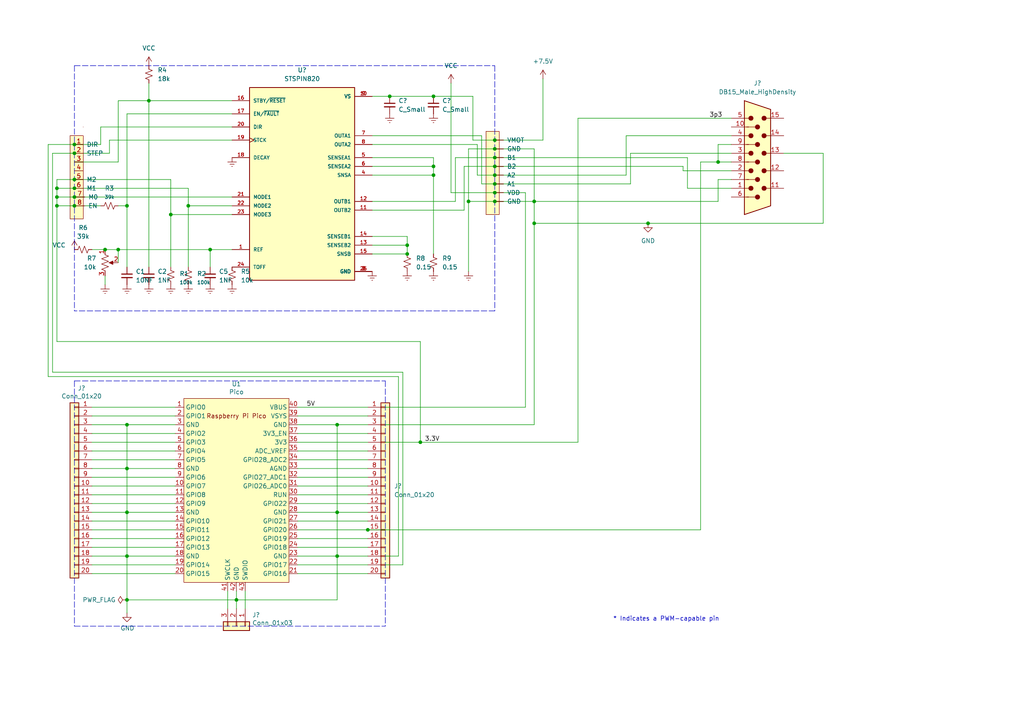
<source format=kicad_sch>
(kicad_sch (version 20211123) (generator eeschema)

  (uuid e63e39d7-6ac0-4ffd-8aa3-1841a4541b55)

  (paper "A4")

  (title_block
    (date "mar. 31 mars 2015")
  )

  (lib_symbols
    (symbol "Connector:DB15_Male_HighDensity" (pin_names (offset 1.016) hide) (in_bom yes) (on_board yes)
      (property "Reference" "J" (id 0) (at 0 21.59 0)
        (effects (font (size 1.27 1.27)))
      )
      (property "Value" "DB15_Male_HighDensity" (id 1) (at 0 19.05 0)
        (effects (font (size 1.27 1.27)))
      )
      (property "Footprint" "" (id 2) (at -24.13 10.16 0)
        (effects (font (size 1.27 1.27)) hide)
      )
      (property "Datasheet" " ~" (id 3) (at -24.13 10.16 0)
        (effects (font (size 1.27 1.27)) hide)
      )
      (property "ki_keywords" "connector male VGA D-SUB" (id 4) (at 0 0 0)
        (effects (font (size 1.27 1.27)) hide)
      )
      (property "ki_description" "15-pin male D-SUB connector, High density (3 columns), Triple Row, Generic, VGA-connector" (id 5) (at 0 0 0)
        (effects (font (size 1.27 1.27)) hide)
      )
      (property "ki_fp_filters" "DSUB*Male*" (id 6) (at 0 0 0)
        (effects (font (size 1.27 1.27)) hide)
      )
      (symbol "DB15_Male_HighDensity_0_1"
        (circle (center -1.905 -7.62) (radius 0.635)
          (stroke (width 0) (type default) (color 0 0 0 0))
          (fill (type outline))
        )
        (circle (center -1.905 -2.54) (radius 0.635)
          (stroke (width 0) (type default) (color 0 0 0 0))
          (fill (type outline))
        )
        (circle (center -1.905 2.54) (radius 0.635)
          (stroke (width 0) (type default) (color 0 0 0 0))
          (fill (type outline))
        )
        (circle (center -1.905 7.62) (radius 0.635)
          (stroke (width 0) (type default) (color 0 0 0 0))
          (fill (type outline))
        )
        (circle (center -1.905 12.7) (radius 0.635)
          (stroke (width 0) (type default) (color 0 0 0 0))
          (fill (type outline))
        )
        (circle (center 0 -10.16) (radius 0.635)
          (stroke (width 0) (type default) (color 0 0 0 0))
          (fill (type outline))
        )
        (circle (center 0 -5.08) (radius 0.635)
          (stroke (width 0) (type default) (color 0 0 0 0))
          (fill (type outline))
        )
        (polyline
          (pts
            (xy -3.175 -5.08)
            (xy -0.635 -5.08)
          )
          (stroke (width 0) (type default) (color 0 0 0 0))
          (fill (type none))
        )
        (polyline
          (pts
            (xy -0.635 -10.16)
            (xy -3.175 -10.16)
          )
          (stroke (width 0) (type default) (color 0 0 0 0))
          (fill (type none))
        )
        (polyline
          (pts
            (xy -0.635 0)
            (xy -3.175 0)
          )
          (stroke (width 0) (type default) (color 0 0 0 0))
          (fill (type none))
        )
        (polyline
          (pts
            (xy -0.635 5.08)
            (xy -3.175 5.08)
          )
          (stroke (width 0) (type default) (color 0 0 0 0))
          (fill (type none))
        )
        (polyline
          (pts
            (xy -0.635 10.16)
            (xy -3.175 10.16)
          )
          (stroke (width 0) (type default) (color 0 0 0 0))
          (fill (type none))
        )
        (polyline
          (pts
            (xy -3.81 17.78)
            (xy -3.81 -15.24)
            (xy 3.81 -12.7)
            (xy 3.81 15.24)
            (xy -3.81 17.78)
          )
          (stroke (width 0.254) (type default) (color 0 0 0 0))
          (fill (type background))
        )
        (circle (center 0 0) (radius 0.635)
          (stroke (width 0) (type default) (color 0 0 0 0))
          (fill (type outline))
        )
        (circle (center 0 5.08) (radius 0.635)
          (stroke (width 0) (type default) (color 0 0 0 0))
          (fill (type outline))
        )
        (circle (center 0 10.16) (radius 0.635)
          (stroke (width 0) (type default) (color 0 0 0 0))
          (fill (type outline))
        )
        (circle (center 1.905 -7.62) (radius 0.635)
          (stroke (width 0) (type default) (color 0 0 0 0))
          (fill (type outline))
        )
        (circle (center 1.905 -2.54) (radius 0.635)
          (stroke (width 0) (type default) (color 0 0 0 0))
          (fill (type outline))
        )
        (circle (center 1.905 2.54) (radius 0.635)
          (stroke (width 0) (type default) (color 0 0 0 0))
          (fill (type outline))
        )
        (circle (center 1.905 7.62) (radius 0.635)
          (stroke (width 0) (type default) (color 0 0 0 0))
          (fill (type outline))
        )
        (circle (center 1.905 12.7) (radius 0.635)
          (stroke (width 0) (type default) (color 0 0 0 0))
          (fill (type outline))
        )
      )
      (symbol "DB15_Male_HighDensity_1_1"
        (pin passive line (at -7.62 -7.62 0) (length 5.08)
          (name "~" (effects (font (size 1.27 1.27))))
          (number "1" (effects (font (size 1.27 1.27))))
        )
        (pin passive line (at -7.62 10.16 0) (length 5.08)
          (name "~" (effects (font (size 1.27 1.27))))
          (number "10" (effects (font (size 1.27 1.27))))
        )
        (pin passive line (at 7.62 -7.62 180) (length 5.08)
          (name "~" (effects (font (size 1.27 1.27))))
          (number "11" (effects (font (size 1.27 1.27))))
        )
        (pin passive line (at 7.62 -2.54 180) (length 5.08)
          (name "~" (effects (font (size 1.27 1.27))))
          (number "12" (effects (font (size 1.27 1.27))))
        )
        (pin passive line (at 7.62 2.54 180) (length 5.08)
          (name "~" (effects (font (size 1.27 1.27))))
          (number "13" (effects (font (size 1.27 1.27))))
        )
        (pin passive line (at 7.62 7.62 180) (length 5.08)
          (name "~" (effects (font (size 1.27 1.27))))
          (number "14" (effects (font (size 1.27 1.27))))
        )
        (pin passive line (at 7.62 12.7 180) (length 5.08)
          (name "~" (effects (font (size 1.27 1.27))))
          (number "15" (effects (font (size 1.27 1.27))))
        )
        (pin passive line (at -7.62 -2.54 0) (length 5.08)
          (name "~" (effects (font (size 1.27 1.27))))
          (number "2" (effects (font (size 1.27 1.27))))
        )
        (pin passive line (at -7.62 2.54 0) (length 5.08)
          (name "~" (effects (font (size 1.27 1.27))))
          (number "3" (effects (font (size 1.27 1.27))))
        )
        (pin passive line (at -7.62 7.62 0) (length 5.08)
          (name "~" (effects (font (size 1.27 1.27))))
          (number "4" (effects (font (size 1.27 1.27))))
        )
        (pin passive line (at -7.62 12.7 0) (length 5.08)
          (name "~" (effects (font (size 1.27 1.27))))
          (number "5" (effects (font (size 1.27 1.27))))
        )
        (pin passive line (at -7.62 -10.16 0) (length 5.08)
          (name "~" (effects (font (size 1.27 1.27))))
          (number "6" (effects (font (size 1.27 1.27))))
        )
        (pin passive line (at -7.62 -5.08 0) (length 5.08)
          (name "~" (effects (font (size 1.27 1.27))))
          (number "7" (effects (font (size 1.27 1.27))))
        )
        (pin passive line (at -7.62 0 0) (length 5.08)
          (name "~" (effects (font (size 1.27 1.27))))
          (number "8" (effects (font (size 1.27 1.27))))
        )
        (pin passive line (at -7.62 5.08 0) (length 5.08)
          (name "~" (effects (font (size 1.27 1.27))))
          (number "9" (effects (font (size 1.27 1.27))))
        )
      )
    )
    (symbol "Connector_Generic:Conn_01x03" (pin_names (offset 1.016) hide) (in_bom yes) (on_board yes)
      (property "Reference" "J" (id 0) (at 0 5.08 0)
        (effects (font (size 1.27 1.27)))
      )
      (property "Value" "Conn_01x03" (id 1) (at 0 -5.08 0)
        (effects (font (size 1.27 1.27)))
      )
      (property "Footprint" "" (id 2) (at 0 0 0)
        (effects (font (size 1.27 1.27)) hide)
      )
      (property "Datasheet" "~" (id 3) (at 0 0 0)
        (effects (font (size 1.27 1.27)) hide)
      )
      (property "ki_keywords" "connector" (id 4) (at 0 0 0)
        (effects (font (size 1.27 1.27)) hide)
      )
      (property "ki_description" "Generic connector, single row, 01x03, script generated (kicad-library-utils/schlib/autogen/connector/)" (id 5) (at 0 0 0)
        (effects (font (size 1.27 1.27)) hide)
      )
      (property "ki_fp_filters" "Connector*:*_1x??_*" (id 6) (at 0 0 0)
        (effects (font (size 1.27 1.27)) hide)
      )
      (symbol "Conn_01x03_1_1"
        (rectangle (start -1.27 -2.413) (end 0 -2.667)
          (stroke (width 0.1524) (type default) (color 0 0 0 0))
          (fill (type none))
        )
        (rectangle (start -1.27 0.127) (end 0 -0.127)
          (stroke (width 0.1524) (type default) (color 0 0 0 0))
          (fill (type none))
        )
        (rectangle (start -1.27 2.667) (end 0 2.413)
          (stroke (width 0.1524) (type default) (color 0 0 0 0))
          (fill (type none))
        )
        (rectangle (start -1.27 3.81) (end 1.27 -3.81)
          (stroke (width 0.254) (type default) (color 0 0 0 0))
          (fill (type background))
        )
        (pin passive line (at -5.08 2.54 0) (length 3.81)
          (name "Pin_1" (effects (font (size 1.27 1.27))))
          (number "1" (effects (font (size 1.27 1.27))))
        )
        (pin passive line (at -5.08 0 0) (length 3.81)
          (name "Pin_2" (effects (font (size 1.27 1.27))))
          (number "2" (effects (font (size 1.27 1.27))))
        )
        (pin passive line (at -5.08 -2.54 0) (length 3.81)
          (name "Pin_3" (effects (font (size 1.27 1.27))))
          (number "3" (effects (font (size 1.27 1.27))))
        )
      )
    )
    (symbol "Connector_Generic:Conn_01x20" (pin_names (offset 1.016) hide) (in_bom yes) (on_board yes)
      (property "Reference" "J" (id 0) (at 0 25.4 0)
        (effects (font (size 1.27 1.27)))
      )
      (property "Value" "Conn_01x20" (id 1) (at 0 -27.94 0)
        (effects (font (size 1.27 1.27)))
      )
      (property "Footprint" "" (id 2) (at 0 0 0)
        (effects (font (size 1.27 1.27)) hide)
      )
      (property "Datasheet" "~" (id 3) (at 0 0 0)
        (effects (font (size 1.27 1.27)) hide)
      )
      (property "ki_keywords" "connector" (id 4) (at 0 0 0)
        (effects (font (size 1.27 1.27)) hide)
      )
      (property "ki_description" "Generic connector, single row, 01x20, script generated (kicad-library-utils/schlib/autogen/connector/)" (id 5) (at 0 0 0)
        (effects (font (size 1.27 1.27)) hide)
      )
      (property "ki_fp_filters" "Connector*:*_1x??_*" (id 6) (at 0 0 0)
        (effects (font (size 1.27 1.27)) hide)
      )
      (symbol "Conn_01x20_1_1"
        (rectangle (start -1.27 -25.273) (end 0 -25.527)
          (stroke (width 0.1524) (type default) (color 0 0 0 0))
          (fill (type none))
        )
        (rectangle (start -1.27 -22.733) (end 0 -22.987)
          (stroke (width 0.1524) (type default) (color 0 0 0 0))
          (fill (type none))
        )
        (rectangle (start -1.27 -20.193) (end 0 -20.447)
          (stroke (width 0.1524) (type default) (color 0 0 0 0))
          (fill (type none))
        )
        (rectangle (start -1.27 -17.653) (end 0 -17.907)
          (stroke (width 0.1524) (type default) (color 0 0 0 0))
          (fill (type none))
        )
        (rectangle (start -1.27 -15.113) (end 0 -15.367)
          (stroke (width 0.1524) (type default) (color 0 0 0 0))
          (fill (type none))
        )
        (rectangle (start -1.27 -12.573) (end 0 -12.827)
          (stroke (width 0.1524) (type default) (color 0 0 0 0))
          (fill (type none))
        )
        (rectangle (start -1.27 -10.033) (end 0 -10.287)
          (stroke (width 0.1524) (type default) (color 0 0 0 0))
          (fill (type none))
        )
        (rectangle (start -1.27 -7.493) (end 0 -7.747)
          (stroke (width 0.1524) (type default) (color 0 0 0 0))
          (fill (type none))
        )
        (rectangle (start -1.27 -4.953) (end 0 -5.207)
          (stroke (width 0.1524) (type default) (color 0 0 0 0))
          (fill (type none))
        )
        (rectangle (start -1.27 -2.413) (end 0 -2.667)
          (stroke (width 0.1524) (type default) (color 0 0 0 0))
          (fill (type none))
        )
        (rectangle (start -1.27 0.127) (end 0 -0.127)
          (stroke (width 0.1524) (type default) (color 0 0 0 0))
          (fill (type none))
        )
        (rectangle (start -1.27 2.667) (end 0 2.413)
          (stroke (width 0.1524) (type default) (color 0 0 0 0))
          (fill (type none))
        )
        (rectangle (start -1.27 5.207) (end 0 4.953)
          (stroke (width 0.1524) (type default) (color 0 0 0 0))
          (fill (type none))
        )
        (rectangle (start -1.27 7.747) (end 0 7.493)
          (stroke (width 0.1524) (type default) (color 0 0 0 0))
          (fill (type none))
        )
        (rectangle (start -1.27 10.287) (end 0 10.033)
          (stroke (width 0.1524) (type default) (color 0 0 0 0))
          (fill (type none))
        )
        (rectangle (start -1.27 12.827) (end 0 12.573)
          (stroke (width 0.1524) (type default) (color 0 0 0 0))
          (fill (type none))
        )
        (rectangle (start -1.27 15.367) (end 0 15.113)
          (stroke (width 0.1524) (type default) (color 0 0 0 0))
          (fill (type none))
        )
        (rectangle (start -1.27 17.907) (end 0 17.653)
          (stroke (width 0.1524) (type default) (color 0 0 0 0))
          (fill (type none))
        )
        (rectangle (start -1.27 20.447) (end 0 20.193)
          (stroke (width 0.1524) (type default) (color 0 0 0 0))
          (fill (type none))
        )
        (rectangle (start -1.27 22.987) (end 0 22.733)
          (stroke (width 0.1524) (type default) (color 0 0 0 0))
          (fill (type none))
        )
        (rectangle (start -1.27 24.13) (end 1.27 -26.67)
          (stroke (width 0.254) (type default) (color 0 0 0 0))
          (fill (type background))
        )
        (pin passive line (at -5.08 22.86 0) (length 3.81)
          (name "Pin_1" (effects (font (size 1.27 1.27))))
          (number "1" (effects (font (size 1.27 1.27))))
        )
        (pin passive line (at -5.08 0 0) (length 3.81)
          (name "Pin_10" (effects (font (size 1.27 1.27))))
          (number "10" (effects (font (size 1.27 1.27))))
        )
        (pin passive line (at -5.08 -2.54 0) (length 3.81)
          (name "Pin_11" (effects (font (size 1.27 1.27))))
          (number "11" (effects (font (size 1.27 1.27))))
        )
        (pin passive line (at -5.08 -5.08 0) (length 3.81)
          (name "Pin_12" (effects (font (size 1.27 1.27))))
          (number "12" (effects (font (size 1.27 1.27))))
        )
        (pin passive line (at -5.08 -7.62 0) (length 3.81)
          (name "Pin_13" (effects (font (size 1.27 1.27))))
          (number "13" (effects (font (size 1.27 1.27))))
        )
        (pin passive line (at -5.08 -10.16 0) (length 3.81)
          (name "Pin_14" (effects (font (size 1.27 1.27))))
          (number "14" (effects (font (size 1.27 1.27))))
        )
        (pin passive line (at -5.08 -12.7 0) (length 3.81)
          (name "Pin_15" (effects (font (size 1.27 1.27))))
          (number "15" (effects (font (size 1.27 1.27))))
        )
        (pin passive line (at -5.08 -15.24 0) (length 3.81)
          (name "Pin_16" (effects (font (size 1.27 1.27))))
          (number "16" (effects (font (size 1.27 1.27))))
        )
        (pin passive line (at -5.08 -17.78 0) (length 3.81)
          (name "Pin_17" (effects (font (size 1.27 1.27))))
          (number "17" (effects (font (size 1.27 1.27))))
        )
        (pin passive line (at -5.08 -20.32 0) (length 3.81)
          (name "Pin_18" (effects (font (size 1.27 1.27))))
          (number "18" (effects (font (size 1.27 1.27))))
        )
        (pin passive line (at -5.08 -22.86 0) (length 3.81)
          (name "Pin_19" (effects (font (size 1.27 1.27))))
          (number "19" (effects (font (size 1.27 1.27))))
        )
        (pin passive line (at -5.08 20.32 0) (length 3.81)
          (name "Pin_2" (effects (font (size 1.27 1.27))))
          (number "2" (effects (font (size 1.27 1.27))))
        )
        (pin passive line (at -5.08 -25.4 0) (length 3.81)
          (name "Pin_20" (effects (font (size 1.27 1.27))))
          (number "20" (effects (font (size 1.27 1.27))))
        )
        (pin passive line (at -5.08 17.78 0) (length 3.81)
          (name "Pin_3" (effects (font (size 1.27 1.27))))
          (number "3" (effects (font (size 1.27 1.27))))
        )
        (pin passive line (at -5.08 15.24 0) (length 3.81)
          (name "Pin_4" (effects (font (size 1.27 1.27))))
          (number "4" (effects (font (size 1.27 1.27))))
        )
        (pin passive line (at -5.08 12.7 0) (length 3.81)
          (name "Pin_5" (effects (font (size 1.27 1.27))))
          (number "5" (effects (font (size 1.27 1.27))))
        )
        (pin passive line (at -5.08 10.16 0) (length 3.81)
          (name "Pin_6" (effects (font (size 1.27 1.27))))
          (number "6" (effects (font (size 1.27 1.27))))
        )
        (pin passive line (at -5.08 7.62 0) (length 3.81)
          (name "Pin_7" (effects (font (size 1.27 1.27))))
          (number "7" (effects (font (size 1.27 1.27))))
        )
        (pin passive line (at -5.08 5.08 0) (length 3.81)
          (name "Pin_8" (effects (font (size 1.27 1.27))))
          (number "8" (effects (font (size 1.27 1.27))))
        )
        (pin passive line (at -5.08 2.54 0) (length 3.81)
          (name "Pin_9" (effects (font (size 1.27 1.27))))
          (number "9" (effects (font (size 1.27 1.27))))
        )
      )
    )
    (symbol "Device:C_Small" (pin_numbers hide) (pin_names (offset 0.254) hide) (in_bom yes) (on_board yes)
      (property "Reference" "C" (id 0) (at 0.254 1.778 0)
        (effects (font (size 1.27 1.27)) (justify left))
      )
      (property "Value" "C_Small" (id 1) (at 0.254 -2.032 0)
        (effects (font (size 1.27 1.27)) (justify left))
      )
      (property "Footprint" "" (id 2) (at 0 0 0)
        (effects (font (size 1.27 1.27)) hide)
      )
      (property "Datasheet" "~" (id 3) (at 0 0 0)
        (effects (font (size 1.27 1.27)) hide)
      )
      (property "ki_keywords" "capacitor cap" (id 4) (at 0 0 0)
        (effects (font (size 1.27 1.27)) hide)
      )
      (property "ki_description" "Unpolarized capacitor, small symbol" (id 5) (at 0 0 0)
        (effects (font (size 1.27 1.27)) hide)
      )
      (property "ki_fp_filters" "C_*" (id 6) (at 0 0 0)
        (effects (font (size 1.27 1.27)) hide)
      )
      (symbol "C_Small_0_1"
        (polyline
          (pts
            (xy -1.524 -0.508)
            (xy 1.524 -0.508)
          )
          (stroke (width 0.3302) (type default) (color 0 0 0 0))
          (fill (type none))
        )
        (polyline
          (pts
            (xy -1.524 0.508)
            (xy 1.524 0.508)
          )
          (stroke (width 0.3048) (type default) (color 0 0 0 0))
          (fill (type none))
        )
      )
      (symbol "C_Small_1_1"
        (pin passive line (at 0 2.54 270) (length 2.032)
          (name "~" (effects (font (size 1.27 1.27))))
          (number "1" (effects (font (size 1.27 1.27))))
        )
        (pin passive line (at 0 -2.54 90) (length 2.032)
          (name "~" (effects (font (size 1.27 1.27))))
          (number "2" (effects (font (size 1.27 1.27))))
        )
      )
    )
    (symbol "Device:R_Potentiometer_US" (pin_names (offset 1.016) hide) (in_bom yes) (on_board yes)
      (property "Reference" "RV" (id 0) (at -4.445 0 90)
        (effects (font (size 1.27 1.27)))
      )
      (property "Value" "R_Potentiometer_US" (id 1) (at -2.54 0 90)
        (effects (font (size 1.27 1.27)))
      )
      (property "Footprint" "" (id 2) (at 0 0 0)
        (effects (font (size 1.27 1.27)) hide)
      )
      (property "Datasheet" "~" (id 3) (at 0 0 0)
        (effects (font (size 1.27 1.27)) hide)
      )
      (property "ki_keywords" "resistor variable" (id 4) (at 0 0 0)
        (effects (font (size 1.27 1.27)) hide)
      )
      (property "ki_description" "Potentiometer, US symbol" (id 5) (at 0 0 0)
        (effects (font (size 1.27 1.27)) hide)
      )
      (property "ki_fp_filters" "Potentiometer*" (id 6) (at 0 0 0)
        (effects (font (size 1.27 1.27)) hide)
      )
      (symbol "R_Potentiometer_US_0_1"
        (polyline
          (pts
            (xy 0 -2.286)
            (xy 0 -2.54)
          )
          (stroke (width 0) (type default) (color 0 0 0 0))
          (fill (type none))
        )
        (polyline
          (pts
            (xy 0 2.54)
            (xy 0 2.286)
          )
          (stroke (width 0) (type default) (color 0 0 0 0))
          (fill (type none))
        )
        (polyline
          (pts
            (xy 2.54 0)
            (xy 1.524 0)
          )
          (stroke (width 0) (type default) (color 0 0 0 0))
          (fill (type none))
        )
        (polyline
          (pts
            (xy 1.143 0)
            (xy 2.286 0.508)
            (xy 2.286 -0.508)
            (xy 1.143 0)
          )
          (stroke (width 0) (type default) (color 0 0 0 0))
          (fill (type outline))
        )
        (polyline
          (pts
            (xy 0 -0.762)
            (xy 1.016 -1.143)
            (xy 0 -1.524)
            (xy -1.016 -1.905)
            (xy 0 -2.286)
          )
          (stroke (width 0) (type default) (color 0 0 0 0))
          (fill (type none))
        )
        (polyline
          (pts
            (xy 0 0.762)
            (xy 1.016 0.381)
            (xy 0 0)
            (xy -1.016 -0.381)
            (xy 0 -0.762)
          )
          (stroke (width 0) (type default) (color 0 0 0 0))
          (fill (type none))
        )
        (polyline
          (pts
            (xy 0 2.286)
            (xy 1.016 1.905)
            (xy 0 1.524)
            (xy -1.016 1.143)
            (xy 0 0.762)
          )
          (stroke (width 0) (type default) (color 0 0 0 0))
          (fill (type none))
        )
      )
      (symbol "R_Potentiometer_US_1_1"
        (pin passive line (at 0 3.81 270) (length 1.27)
          (name "1" (effects (font (size 1.27 1.27))))
          (number "1" (effects (font (size 1.27 1.27))))
        )
        (pin passive line (at 3.81 0 180) (length 1.27)
          (name "2" (effects (font (size 1.27 1.27))))
          (number "2" (effects (font (size 1.27 1.27))))
        )
        (pin passive line (at 0 -3.81 90) (length 1.27)
          (name "3" (effects (font (size 1.27 1.27))))
          (number "3" (effects (font (size 1.27 1.27))))
        )
      )
    )
    (symbol "Device:R_Small_US" (pin_numbers hide) (pin_names (offset 0.254) hide) (in_bom yes) (on_board yes)
      (property "Reference" "R" (id 0) (at 0.762 0.508 0)
        (effects (font (size 1.27 1.27)) (justify left))
      )
      (property "Value" "R_Small_US" (id 1) (at 0.762 -1.016 0)
        (effects (font (size 1.27 1.27)) (justify left))
      )
      (property "Footprint" "" (id 2) (at 0 0 0)
        (effects (font (size 1.27 1.27)) hide)
      )
      (property "Datasheet" "~" (id 3) (at 0 0 0)
        (effects (font (size 1.27 1.27)) hide)
      )
      (property "ki_keywords" "r resistor" (id 4) (at 0 0 0)
        (effects (font (size 1.27 1.27)) hide)
      )
      (property "ki_description" "Resistor, small US symbol" (id 5) (at 0 0 0)
        (effects (font (size 1.27 1.27)) hide)
      )
      (property "ki_fp_filters" "R_*" (id 6) (at 0 0 0)
        (effects (font (size 1.27 1.27)) hide)
      )
      (symbol "R_Small_US_1_1"
        (polyline
          (pts
            (xy 0 0)
            (xy 1.016 -0.381)
            (xy 0 -0.762)
            (xy -1.016 -1.143)
            (xy 0 -1.524)
          )
          (stroke (width 0) (type default) (color 0 0 0 0))
          (fill (type none))
        )
        (polyline
          (pts
            (xy 0 1.524)
            (xy 1.016 1.143)
            (xy 0 0.762)
            (xy -1.016 0.381)
            (xy 0 0)
          )
          (stroke (width 0) (type default) (color 0 0 0 0))
          (fill (type none))
        )
        (pin passive line (at 0 2.54 270) (length 1.016)
          (name "~" (effects (font (size 1.27 1.27))))
          (number "1" (effects (font (size 1.27 1.27))))
        )
        (pin passive line (at 0 -2.54 90) (length 1.016)
          (name "~" (effects (font (size 1.27 1.27))))
          (number "2" (effects (font (size 1.27 1.27))))
        )
      )
    )
    (symbol "MCU_RaspberryPi_and_Boards:Pico" (in_bom yes) (on_board yes)
      (property "Reference" "U" (id 0) (at -13.97 27.94 0)
        (effects (font (size 1.27 1.27)))
      )
      (property "Value" "Pico" (id 1) (at 0 19.05 0)
        (effects (font (size 1.27 1.27)))
      )
      (property "Footprint" "RPi_Pico:RPi_Pico_SMD_TH" (id 2) (at 0 0 90)
        (effects (font (size 1.27 1.27)) hide)
      )
      (property "Datasheet" "" (id 3) (at 0 0 0)
        (effects (font (size 1.27 1.27)) hide)
      )
      (symbol "Pico_0_0"
        (text "Raspberry Pi Pico" (at 0 21.59 0)
          (effects (font (size 1.27 1.27)))
        )
      )
      (symbol "Pico_0_1"
        (rectangle (start -15.24 26.67) (end 15.24 -26.67)
          (stroke (width 0) (type default) (color 0 0 0 0))
          (fill (type background))
        )
      )
      (symbol "Pico_1_1"
        (pin bidirectional line (at -17.78 24.13 0) (length 2.54)
          (name "GPIO0" (effects (font (size 1.27 1.27))))
          (number "1" (effects (font (size 1.27 1.27))))
        )
        (pin bidirectional line (at -17.78 1.27 0) (length 2.54)
          (name "GPIO7" (effects (font (size 1.27 1.27))))
          (number "10" (effects (font (size 1.27 1.27))))
        )
        (pin bidirectional line (at -17.78 -1.27 0) (length 2.54)
          (name "GPIO8" (effects (font (size 1.27 1.27))))
          (number "11" (effects (font (size 1.27 1.27))))
        )
        (pin bidirectional line (at -17.78 -3.81 0) (length 2.54)
          (name "GPIO9" (effects (font (size 1.27 1.27))))
          (number "12" (effects (font (size 1.27 1.27))))
        )
        (pin power_in line (at -17.78 -6.35 0) (length 2.54)
          (name "GND" (effects (font (size 1.27 1.27))))
          (number "13" (effects (font (size 1.27 1.27))))
        )
        (pin bidirectional line (at -17.78 -8.89 0) (length 2.54)
          (name "GPIO10" (effects (font (size 1.27 1.27))))
          (number "14" (effects (font (size 1.27 1.27))))
        )
        (pin bidirectional line (at -17.78 -11.43 0) (length 2.54)
          (name "GPIO11" (effects (font (size 1.27 1.27))))
          (number "15" (effects (font (size 1.27 1.27))))
        )
        (pin bidirectional line (at -17.78 -13.97 0) (length 2.54)
          (name "GPIO12" (effects (font (size 1.27 1.27))))
          (number "16" (effects (font (size 1.27 1.27))))
        )
        (pin bidirectional line (at -17.78 -16.51 0) (length 2.54)
          (name "GPIO13" (effects (font (size 1.27 1.27))))
          (number "17" (effects (font (size 1.27 1.27))))
        )
        (pin power_in line (at -17.78 -19.05 0) (length 2.54)
          (name "GND" (effects (font (size 1.27 1.27))))
          (number "18" (effects (font (size 1.27 1.27))))
        )
        (pin bidirectional line (at -17.78 -21.59 0) (length 2.54)
          (name "GPIO14" (effects (font (size 1.27 1.27))))
          (number "19" (effects (font (size 1.27 1.27))))
        )
        (pin bidirectional line (at -17.78 21.59 0) (length 2.54)
          (name "GPIO1" (effects (font (size 1.27 1.27))))
          (number "2" (effects (font (size 1.27 1.27))))
        )
        (pin bidirectional line (at -17.78 -24.13 0) (length 2.54)
          (name "GPIO15" (effects (font (size 1.27 1.27))))
          (number "20" (effects (font (size 1.27 1.27))))
        )
        (pin bidirectional line (at 17.78 -24.13 180) (length 2.54)
          (name "GPIO16" (effects (font (size 1.27 1.27))))
          (number "21" (effects (font (size 1.27 1.27))))
        )
        (pin bidirectional line (at 17.78 -21.59 180) (length 2.54)
          (name "GPIO17" (effects (font (size 1.27 1.27))))
          (number "22" (effects (font (size 1.27 1.27))))
        )
        (pin power_in line (at 17.78 -19.05 180) (length 2.54)
          (name "GND" (effects (font (size 1.27 1.27))))
          (number "23" (effects (font (size 1.27 1.27))))
        )
        (pin bidirectional line (at 17.78 -16.51 180) (length 2.54)
          (name "GPIO18" (effects (font (size 1.27 1.27))))
          (number "24" (effects (font (size 1.27 1.27))))
        )
        (pin bidirectional line (at 17.78 -13.97 180) (length 2.54)
          (name "GPIO19" (effects (font (size 1.27 1.27))))
          (number "25" (effects (font (size 1.27 1.27))))
        )
        (pin bidirectional line (at 17.78 -11.43 180) (length 2.54)
          (name "GPIO20" (effects (font (size 1.27 1.27))))
          (number "26" (effects (font (size 1.27 1.27))))
        )
        (pin bidirectional line (at 17.78 -8.89 180) (length 2.54)
          (name "GPIO21" (effects (font (size 1.27 1.27))))
          (number "27" (effects (font (size 1.27 1.27))))
        )
        (pin power_in line (at 17.78 -6.35 180) (length 2.54)
          (name "GND" (effects (font (size 1.27 1.27))))
          (number "28" (effects (font (size 1.27 1.27))))
        )
        (pin bidirectional line (at 17.78 -3.81 180) (length 2.54)
          (name "GPIO22" (effects (font (size 1.27 1.27))))
          (number "29" (effects (font (size 1.27 1.27))))
        )
        (pin power_in line (at -17.78 19.05 0) (length 2.54)
          (name "GND" (effects (font (size 1.27 1.27))))
          (number "3" (effects (font (size 1.27 1.27))))
        )
        (pin input line (at 17.78 -1.27 180) (length 2.54)
          (name "RUN" (effects (font (size 1.27 1.27))))
          (number "30" (effects (font (size 1.27 1.27))))
        )
        (pin bidirectional line (at 17.78 1.27 180) (length 2.54)
          (name "GPIO26_ADC0" (effects (font (size 1.27 1.27))))
          (number "31" (effects (font (size 1.27 1.27))))
        )
        (pin bidirectional line (at 17.78 3.81 180) (length 2.54)
          (name "GPIO27_ADC1" (effects (font (size 1.27 1.27))))
          (number "32" (effects (font (size 1.27 1.27))))
        )
        (pin power_in line (at 17.78 6.35 180) (length 2.54)
          (name "AGND" (effects (font (size 1.27 1.27))))
          (number "33" (effects (font (size 1.27 1.27))))
        )
        (pin bidirectional line (at 17.78 8.89 180) (length 2.54)
          (name "GPIO28_ADC2" (effects (font (size 1.27 1.27))))
          (number "34" (effects (font (size 1.27 1.27))))
        )
        (pin power_in line (at 17.78 11.43 180) (length 2.54)
          (name "ADC_VREF" (effects (font (size 1.27 1.27))))
          (number "35" (effects (font (size 1.27 1.27))))
        )
        (pin power_in line (at 17.78 13.97 180) (length 2.54)
          (name "3V3" (effects (font (size 1.27 1.27))))
          (number "36" (effects (font (size 1.27 1.27))))
        )
        (pin input line (at 17.78 16.51 180) (length 2.54)
          (name "3V3_EN" (effects (font (size 1.27 1.27))))
          (number "37" (effects (font (size 1.27 1.27))))
        )
        (pin bidirectional line (at 17.78 19.05 180) (length 2.54)
          (name "GND" (effects (font (size 1.27 1.27))))
          (number "38" (effects (font (size 1.27 1.27))))
        )
        (pin power_in line (at 17.78 21.59 180) (length 2.54)
          (name "VSYS" (effects (font (size 1.27 1.27))))
          (number "39" (effects (font (size 1.27 1.27))))
        )
        (pin bidirectional line (at -17.78 16.51 0) (length 2.54)
          (name "GPIO2" (effects (font (size 1.27 1.27))))
          (number "4" (effects (font (size 1.27 1.27))))
        )
        (pin power_in line (at 17.78 24.13 180) (length 2.54)
          (name "VBUS" (effects (font (size 1.27 1.27))))
          (number "40" (effects (font (size 1.27 1.27))))
        )
        (pin input line (at -2.54 -29.21 90) (length 2.54)
          (name "SWCLK" (effects (font (size 1.27 1.27))))
          (number "41" (effects (font (size 1.27 1.27))))
        )
        (pin power_in line (at 0 -29.21 90) (length 2.54)
          (name "GND" (effects (font (size 1.27 1.27))))
          (number "42" (effects (font (size 1.27 1.27))))
        )
        (pin bidirectional line (at 2.54 -29.21 90) (length 2.54)
          (name "SWDIO" (effects (font (size 1.27 1.27))))
          (number "43" (effects (font (size 1.27 1.27))))
        )
        (pin bidirectional line (at -17.78 13.97 0) (length 2.54)
          (name "GPIO3" (effects (font (size 1.27 1.27))))
          (number "5" (effects (font (size 1.27 1.27))))
        )
        (pin bidirectional line (at -17.78 11.43 0) (length 2.54)
          (name "GPIO4" (effects (font (size 1.27 1.27))))
          (number "6" (effects (font (size 1.27 1.27))))
        )
        (pin bidirectional line (at -17.78 8.89 0) (length 2.54)
          (name "GPIO5" (effects (font (size 1.27 1.27))))
          (number "7" (effects (font (size 1.27 1.27))))
        )
        (pin power_in line (at -17.78 6.35 0) (length 2.54)
          (name "GND" (effects (font (size 1.27 1.27))))
          (number "8" (effects (font (size 1.27 1.27))))
        )
        (pin bidirectional line (at -17.78 3.81 0) (length 2.54)
          (name "GPIO6" (effects (font (size 1.27 1.27))))
          (number "9" (effects (font (size 1.27 1.27))))
        )
      )
    )
    (symbol "STSPIN820:STSPIN820" (pin_names (offset 1.016)) (in_bom yes) (on_board yes)
      (property "Reference" "U?" (id 0) (at 0 33.02 0)
        (effects (font (size 1.27 1.27)))
      )
      (property "Value" "STSPIN820" (id 1) (at 0 30.48 0)
        (effects (font (size 1.27 1.27)))
      )
      (property "Footprint" "QFN50P400X400X110-25N" (id 2) (at 0 0 0)
        (effects (font (size 1.27 1.27)) (justify bottom) hide)
      )
      (property "Datasheet" "" (id 3) (at 0 0 0)
        (effects (font (size 1.27 1.27)) hide)
      )
      (property "STANDARD" "IPC 7351B" (id 4) (at 0 0 0)
        (effects (font (size 1.27 1.27)) (justify bottom) hide)
      )
      (property "MAXIMUM_PACKAGE_HEIGHT" "1.1 mm" (id 5) (at 0 0 0)
        (effects (font (size 1.27 1.27)) (justify bottom) hide)
      )
      (property "PARTREV" "2" (id 6) (at 0 0 0)
        (effects (font (size 1.27 1.27)) (justify bottom) hide)
      )
      (property "MANUFACTURER" "STMicroelectronics" (id 7) (at 0 0 0)
        (effects (font (size 1.27 1.27)) (justify bottom) hide)
      )
      (symbol "STSPIN820_0_0"
        (rectangle (start -15.24 -27.94) (end 15.24 27.94)
          (stroke (width 0.254) (type default) (color 0 0 0 0))
          (fill (type background))
        )
        (pin input line (at -20.32 -19.05 0) (length 5.08)
          (name "REF" (effects (font (size 1.016 1.016))))
          (number "1" (effects (font (size 1.016 1.016))))
        )
        (pin power_in line (at 20.32 25.4 180) (length 5.08)
          (name "VS" (effects (font (size 1.016 1.016))))
          (number "10" (effects (font (size 1.016 1.016))))
        )
        (pin output line (at 20.32 -7.62 180) (length 5.08)
          (name "OUTB2" (effects (font (size 1.016 1.016))))
          (number "11" (effects (font (size 1.016 1.016))))
        )
        (pin output line (at 20.32 -5.08 180) (length 5.08)
          (name "OUTB1" (effects (font (size 1.016 1.016))))
          (number "12" (effects (font (size 1.016 1.016))))
        )
        (pin output line (at 20.32 -17.78 180) (length 5.08)
          (name "SENSEB2" (effects (font (size 1.016 1.016))))
          (number "13" (effects (font (size 1.016 1.016))))
        )
        (pin output line (at 20.32 -15.24 180) (length 5.08)
          (name "SENSEB1" (effects (font (size 1.016 1.016))))
          (number "14" (effects (font (size 1.016 1.016))))
        )
        (pin input line (at 20.32 -20.32 180) (length 5.08)
          (name "SNSB" (effects (font (size 1.016 1.016))))
          (number "15" (effects (font (size 1.016 1.016))))
        )
        (pin input line (at -20.32 24.13 0) (length 5.08)
          (name "STBY/~{RESET}" (effects (font (size 1.016 1.016))))
          (number "16" (effects (font (size 1.016 1.016))))
        )
        (pin bidirectional line (at -20.32 20.32 0) (length 5.08)
          (name "EN/~{FAULT}" (effects (font (size 1.016 1.016))))
          (number "17" (effects (font (size 1.016 1.016))))
        )
        (pin input line (at -20.32 7.62 0) (length 5.08)
          (name "DECAY" (effects (font (size 1.016 1.016))))
          (number "18" (effects (font (size 1.016 1.016))))
        )
        (pin input clock (at -20.32 12.7 0) (length 5.08)
          (name "STCK" (effects (font (size 1.016 1.016))))
          (number "19" (effects (font (size 1.016 1.016))))
        )
        (pin power_in line (at 20.32 -25.4 180) (length 5.08)
          (name "GND" (effects (font (size 1.016 1.016))))
          (number "2" (effects (font (size 1.016 1.016))))
        )
        (pin input line (at -20.32 16.51 0) (length 5.08)
          (name "DIR" (effects (font (size 1.016 1.016))))
          (number "20" (effects (font (size 1.016 1.016))))
        )
        (pin input line (at -20.32 -3.81 0) (length 5.08)
          (name "MODE1" (effects (font (size 1.016 1.016))))
          (number "21" (effects (font (size 1.016 1.016))))
        )
        (pin input line (at -20.32 -6.35 0) (length 5.08)
          (name "MODE2" (effects (font (size 1.016 1.016))))
          (number "22" (effects (font (size 1.016 1.016))))
        )
        (pin input line (at -20.32 -8.89 0) (length 5.08)
          (name "MODE3" (effects (font (size 1.016 1.016))))
          (number "23" (effects (font (size 1.016 1.016))))
        )
        (pin input line (at -20.32 -24.13 0) (length 5.08)
          (name "TOFF" (effects (font (size 1.016 1.016))))
          (number "24" (effects (font (size 1.016 1.016))))
        )
        (pin power_in line (at 20.32 -25.4 180) (length 5.08)
          (name "GND" (effects (font (size 1.016 1.016))))
          (number "25" (effects (font (size 1.016 1.016))))
        )
        (pin power_in line (at 20.32 -25.4 180) (length 5.08)
          (name "GND" (effects (font (size 1.016 1.016))))
          (number "3" (effects (font (size 1.016 1.016))))
        )
        (pin input line (at 20.32 2.54 180) (length 5.08)
          (name "SNSA" (effects (font (size 1.016 1.016))))
          (number "4" (effects (font (size 1.016 1.016))))
        )
        (pin output line (at 20.32 7.62 180) (length 5.08)
          (name "SENSEA1" (effects (font (size 1.016 1.016))))
          (number "5" (effects (font (size 1.016 1.016))))
        )
        (pin output line (at 20.32 5.08 180) (length 5.08)
          (name "SENSEA2" (effects (font (size 1.016 1.016))))
          (number "6" (effects (font (size 1.016 1.016))))
        )
        (pin output line (at 20.32 13.97 180) (length 5.08)
          (name "OUTA1" (effects (font (size 1.016 1.016))))
          (number "7" (effects (font (size 1.016 1.016))))
        )
        (pin output line (at 20.32 11.43 180) (length 5.08)
          (name "OUTA2" (effects (font (size 1.016 1.016))))
          (number "8" (effects (font (size 1.016 1.016))))
        )
        (pin power_in line (at 20.32 25.4 180) (length 5.08)
          (name "VS" (effects (font (size 1.016 1.016))))
          (number "9" (effects (font (size 1.016 1.016))))
        )
      )
      (symbol "STSPIN820_0_1"
        (rectangle (start -67.31 13.97) (end -63.5 -10.16)
          (stroke (width 0) (type default) (color 0 0 0 0))
          (fill (type background))
        )
        (rectangle (start -63.5 16.51) (end -63.5 16.51)
          (stroke (width 0) (type default) (color 0 0 0 0))
          (fill (type none))
        )
        (rectangle (start 53.34 15.24) (end 57.15 -8.89)
          (stroke (width 0) (type default) (color 0 0 0 0))
          (fill (type background))
        )
        (rectangle (start 55.88 17.78) (end 55.88 17.78)
          (stroke (width 0) (type default) (color 0 0 0 0))
          (fill (type none))
        )
      )
      (symbol "STSPIN820_1_1"
        (pin output line (at 55.88 0 0) (length 2.54)
          (name "A1" (effects (font (size 1.27 1.27))))
          (number "" (effects (font (size 1.27 1.27))))
        )
        (pin output line (at 55.88 2.54 0) (length 2.54)
          (name "A2" (effects (font (size 1.27 1.27))))
          (number "" (effects (font (size 1.27 1.27))))
        )
        (pin output line (at 55.88 7.62 0) (length 2.54)
          (name "B1" (effects (font (size 1.27 1.27))))
          (number "" (effects (font (size 1.27 1.27))))
        )
        (pin output line (at 55.88 5.08 0) (length 2.54)
          (name "B2" (effects (font (size 1.27 1.27))))
          (number "" (effects (font (size 1.27 1.27))))
        )
        (pin output line (at 55.88 -5.08 0) (length 2.54)
          (name "GND" (effects (font (size 1.27 1.27))))
          (number "" (effects (font (size 1.27 1.27))))
        )
        (pin output line (at 55.88 10.16 0) (length 2.54)
          (name "GND" (effects (font (size 1.27 1.27))))
          (number "" (effects (font (size 1.27 1.27))))
        )
        (pin output line (at 55.88 -2.54 0) (length 2.54)
          (name "VDD" (effects (font (size 1.27 1.27))))
          (number "" (effects (font (size 1.27 1.27))))
        )
        (pin output line (at 55.88 12.7 0) (length 2.54)
          (name "VMOT" (effects (font (size 1.27 1.27))))
          (number "" (effects (font (size 1.27 1.27))))
        )
        (pin output line (at -66.04 11.43 0) (length 2.54)
          (name "DIR" (effects (font (size 1.27 1.27))))
          (number "1" (effects (font (size 1.27 1.27))))
        )
        (pin output line (at -66.04 8.89 0) (length 2.54)
          (name "STEP" (effects (font (size 1.27 1.27))))
          (number "2" (effects (font (size 1.27 1.27))))
        )
        (pin output line (at -66.04 6.35 0) (length 2.54)
          (name "" (effects (font (size 1.27 1.27))))
          (number "3" (effects (font (size 1.27 1.27))))
        )
        (pin output line (at -66.04 3.81 0) (length 2.54)
          (name "" (effects (font (size 1.27 1.27))))
          (number "4" (effects (font (size 1.27 1.27))))
        )
        (pin output line (at -66.04 1.27 0) (length 2.54)
          (name "M2" (effects (font (size 1.27 1.27))))
          (number "5" (effects (font (size 1.27 1.27))))
        )
        (pin output line (at -66.04 -1.27 0) (length 2.54)
          (name "M1" (effects (font (size 1.27 1.27))))
          (number "6" (effects (font (size 1.27 1.27))))
        )
        (pin output line (at -66.04 -3.81 0) (length 3)
          (name "M0" (effects (font (size 1.27 1.27))))
          (number "7" (effects (font (size 1.27 1.27))))
        )
        (pin output line (at -66.04 -6.35 0) (length 3)
          (name "EN" (effects (font (size 1.27 1.27))))
          (number "8" (effects (font (size 1.27 1.27))))
        )
      )
    )
    (symbol "power:+7.5V" (power) (pin_names (offset 0)) (in_bom yes) (on_board yes)
      (property "Reference" "#PWR" (id 0) (at 0 -3.81 0)
        (effects (font (size 1.27 1.27)) hide)
      )
      (property "Value" "+7.5V" (id 1) (at 0 3.556 0)
        (effects (font (size 1.27 1.27)))
      )
      (property "Footprint" "" (id 2) (at 0 0 0)
        (effects (font (size 1.27 1.27)) hide)
      )
      (property "Datasheet" "" (id 3) (at 0 0 0)
        (effects (font (size 1.27 1.27)) hide)
      )
      (property "ki_keywords" "global power" (id 4) (at 0 0 0)
        (effects (font (size 1.27 1.27)) hide)
      )
      (property "ki_description" "Power symbol creates a global label with name \"+7.5V\"" (id 5) (at 0 0 0)
        (effects (font (size 1.27 1.27)) hide)
      )
      (symbol "+7.5V_0_1"
        (polyline
          (pts
            (xy -0.762 1.27)
            (xy 0 2.54)
          )
          (stroke (width 0) (type default) (color 0 0 0 0))
          (fill (type none))
        )
        (polyline
          (pts
            (xy 0 0)
            (xy 0 2.54)
          )
          (stroke (width 0) (type default) (color 0 0 0 0))
          (fill (type none))
        )
        (polyline
          (pts
            (xy 0 2.54)
            (xy 0.762 1.27)
          )
          (stroke (width 0) (type default) (color 0 0 0 0))
          (fill (type none))
        )
      )
      (symbol "+7.5V_1_1"
        (pin power_in line (at 0 0 90) (length 0) hide
          (name "+7.5V" (effects (font (size 1.27 1.27))))
          (number "1" (effects (font (size 1.27 1.27))))
        )
      )
    )
    (symbol "power:Earth" (power) (pin_names (offset 0)) (in_bom yes) (on_board yes)
      (property "Reference" "#PWR" (id 0) (at 0 -6.35 0)
        (effects (font (size 1.27 1.27)) hide)
      )
      (property "Value" "Earth" (id 1) (at 0 -3.81 0)
        (effects (font (size 1.27 1.27)) hide)
      )
      (property "Footprint" "" (id 2) (at 0 0 0)
        (effects (font (size 1.27 1.27)) hide)
      )
      (property "Datasheet" "~" (id 3) (at 0 0 0)
        (effects (font (size 1.27 1.27)) hide)
      )
      (property "ki_keywords" "global ground gnd" (id 4) (at 0 0 0)
        (effects (font (size 1.27 1.27)) hide)
      )
      (property "ki_description" "Power symbol creates a global label with name \"Earth\"" (id 5) (at 0 0 0)
        (effects (font (size 1.27 1.27)) hide)
      )
      (symbol "Earth_0_1"
        (polyline
          (pts
            (xy -0.635 -1.905)
            (xy 0.635 -1.905)
          )
          (stroke (width 0) (type default) (color 0 0 0 0))
          (fill (type none))
        )
        (polyline
          (pts
            (xy -0.127 -2.54)
            (xy 0.127 -2.54)
          )
          (stroke (width 0) (type default) (color 0 0 0 0))
          (fill (type none))
        )
        (polyline
          (pts
            (xy 0 -1.27)
            (xy 0 0)
          )
          (stroke (width 0) (type default) (color 0 0 0 0))
          (fill (type none))
        )
        (polyline
          (pts
            (xy 1.27 -1.27)
            (xy -1.27 -1.27)
          )
          (stroke (width 0) (type default) (color 0 0 0 0))
          (fill (type none))
        )
      )
      (symbol "Earth_1_1"
        (pin power_in line (at 0 0 270) (length 0) hide
          (name "Earth" (effects (font (size 1.27 1.27))))
          (number "1" (effects (font (size 1.27 1.27))))
        )
      )
    )
    (symbol "power:GND" (power) (pin_names (offset 0)) (in_bom yes) (on_board yes)
      (property "Reference" "#PWR" (id 0) (at 0 -6.35 0)
        (effects (font (size 1.27 1.27)) hide)
      )
      (property "Value" "GND" (id 1) (at 0 -3.81 0)
        (effects (font (size 1.27 1.27)))
      )
      (property "Footprint" "" (id 2) (at 0 0 0)
        (effects (font (size 1.27 1.27)) hide)
      )
      (property "Datasheet" "" (id 3) (at 0 0 0)
        (effects (font (size 1.27 1.27)) hide)
      )
      (property "ki_keywords" "global power" (id 4) (at 0 0 0)
        (effects (font (size 1.27 1.27)) hide)
      )
      (property "ki_description" "Power symbol creates a global label with name \"GND\" , ground" (id 5) (at 0 0 0)
        (effects (font (size 1.27 1.27)) hide)
      )
      (symbol "GND_0_1"
        (polyline
          (pts
            (xy 0 0)
            (xy 0 -1.27)
            (xy 1.27 -1.27)
            (xy 0 -2.54)
            (xy -1.27 -1.27)
            (xy 0 -1.27)
          )
          (stroke (width 0) (type default) (color 0 0 0 0))
          (fill (type none))
        )
      )
      (symbol "GND_1_1"
        (pin power_in line (at 0 0 270) (length 0) hide
          (name "GND" (effects (font (size 1.27 1.27))))
          (number "1" (effects (font (size 1.27 1.27))))
        )
      )
    )
    (symbol "power:PWR_FLAG" (power) (pin_numbers hide) (pin_names (offset 0) hide) (in_bom yes) (on_board yes)
      (property "Reference" "#FLG" (id 0) (at 0 1.905 0)
        (effects (font (size 1.27 1.27)) hide)
      )
      (property "Value" "PWR_FLAG" (id 1) (at 0 3.81 0)
        (effects (font (size 1.27 1.27)))
      )
      (property "Footprint" "" (id 2) (at 0 0 0)
        (effects (font (size 1.27 1.27)) hide)
      )
      (property "Datasheet" "~" (id 3) (at 0 0 0)
        (effects (font (size 1.27 1.27)) hide)
      )
      (property "ki_keywords" "flag power" (id 4) (at 0 0 0)
        (effects (font (size 1.27 1.27)) hide)
      )
      (property "ki_description" "Special symbol for telling ERC where power comes from" (id 5) (at 0 0 0)
        (effects (font (size 1.27 1.27)) hide)
      )
      (symbol "PWR_FLAG_0_0"
        (pin power_out line (at 0 0 90) (length 0)
          (name "pwr" (effects (font (size 1.27 1.27))))
          (number "1" (effects (font (size 1.27 1.27))))
        )
      )
      (symbol "PWR_FLAG_0_1"
        (polyline
          (pts
            (xy 0 0)
            (xy 0 1.27)
            (xy -1.016 1.905)
            (xy 0 2.54)
            (xy 1.016 1.905)
            (xy 0 1.27)
          )
          (stroke (width 0) (type default) (color 0 0 0 0))
          (fill (type none))
        )
      )
    )
    (symbol "power:VCC" (power) (pin_names (offset 0)) (in_bom yes) (on_board yes)
      (property "Reference" "#PWR" (id 0) (at 0 -3.81 0)
        (effects (font (size 1.27 1.27)) hide)
      )
      (property "Value" "VCC" (id 1) (at 0 3.81 0)
        (effects (font (size 1.27 1.27)))
      )
      (property "Footprint" "" (id 2) (at 0 0 0)
        (effects (font (size 1.27 1.27)) hide)
      )
      (property "Datasheet" "" (id 3) (at 0 0 0)
        (effects (font (size 1.27 1.27)) hide)
      )
      (property "ki_keywords" "global power" (id 4) (at 0 0 0)
        (effects (font (size 1.27 1.27)) hide)
      )
      (property "ki_description" "Power symbol creates a global label with name \"VCC\"" (id 5) (at 0 0 0)
        (effects (font (size 1.27 1.27)) hide)
      )
      (symbol "VCC_0_1"
        (polyline
          (pts
            (xy -0.762 1.27)
            (xy 0 2.54)
          )
          (stroke (width 0) (type default) (color 0 0 0 0))
          (fill (type none))
        )
        (polyline
          (pts
            (xy 0 0)
            (xy 0 2.54)
          )
          (stroke (width 0) (type default) (color 0 0 0 0))
          (fill (type none))
        )
        (polyline
          (pts
            (xy 0 2.54)
            (xy 0.762 1.27)
          )
          (stroke (width 0) (type default) (color 0 0 0 0))
          (fill (type none))
        )
      )
      (symbol "VCC_1_1"
        (pin power_in line (at 0 0 90) (length 0) hide
          (name "VCC" (effects (font (size 1.27 1.27))))
          (number "1" (effects (font (size 1.27 1.27))))
        )
      )
    )
  )

  (junction (at 143.51 43.18) (diameter 0) (color 0 0 0 0)
    (uuid 047ef629-25dd-44c8-b1d3-ca5266f34fc6)
  )
  (junction (at 49.53 62.23) (diameter 0) (color 0 0 0 0)
    (uuid 06f0c66b-0c04-4518-b1ff-8af1b63233f4)
  )
  (junction (at 113.03 27.94) (diameter 0) (color 0 0 0 0)
    (uuid 0f0b7f47-4e3f-4a1b-be85-544a772f75a3)
  )
  (junction (at 143.51 48.26) (diameter 0) (color 0 0 0 0)
    (uuid 17d0d5d6-ec0b-4960-b287-45895f449d04)
  )
  (junction (at 143.51 40.64) (diameter 0) (color 0 0 0 0)
    (uuid 182047ad-44b7-464d-a984-42cfb2142624)
  )
  (junction (at 36.83 161.29) (diameter 0) (color 0 0 0 0)
    (uuid 213b3a99-a236-420b-ad48-42e2c195a669)
  )
  (junction (at 106.68 153.67) (diameter 0) (color 0 0 0 0)
    (uuid 2f4013f4-4961-4e63-9d1e-99eafb836569)
  )
  (junction (at 118.11 71.12) (diameter 0) (color 0 0 0 0)
    (uuid 33f0d348-4a72-4e81-a147-2028528a4db6)
  )
  (junction (at 21.59 44.45) (diameter 0) (color 0 0 0 0)
    (uuid 38d23ae7-7ba5-42c1-bb85-ef54ef716605)
  )
  (junction (at 21.59 54.61) (diameter 0) (color 0 0 0 0)
    (uuid 3c2abe73-fdd3-46b5-ad5c-6b8f5486eb6b)
  )
  (junction (at 36.83 59.69) (diameter 0) (color 0 0 0 0)
    (uuid 3c371a97-56e1-4ce1-a932-08e4e0082f26)
  )
  (junction (at 143.51 55.88) (diameter 0) (color 0 0 0 0)
    (uuid 436184e0-3a67-49f3-acfe-424add9fbfa8)
  )
  (junction (at 21.59 41.91) (diameter 0) (color 0 0 0 0)
    (uuid 492856df-ad4b-484e-8fd7-b4784b4a0956)
  )
  (junction (at 21.59 57.15) (diameter 0) (color 0 0 0 0)
    (uuid 5241882b-1069-49d7-9ca5-ce42d127f354)
  )
  (junction (at 43.18 29.21) (diameter 0) (color 0 0 0 0)
    (uuid 577dce72-25ac-4215-84bf-d95b1e1e6c8d)
  )
  (junction (at 125.73 48.26) (diameter 0) (color 0 0 0 0)
    (uuid 5b539bf2-cd36-4411-98cd-a6bbd34bf737)
  )
  (junction (at 16.51 59.69) (diameter 0) (color 0 0 0 0)
    (uuid 5ca7c617-8d90-442e-b999-e1c88c2afca8)
  )
  (junction (at 125.73 27.94) (diameter 0) (color 0 0 0 0)
    (uuid 6117e9e3-bc5b-44f1-a0ff-2cb54a01afb4)
  )
  (junction (at 121.92 128.27) (diameter 0) (color 0 0 0 0)
    (uuid 66e261d5-ce16-4cd9-89ab-f78f3da3bfe4)
  )
  (junction (at 154.94 58.42) (diameter 0) (color 0 0 0 0)
    (uuid 68527bfc-64ea-4558-95e6-6b4c030022e5)
  )
  (junction (at 36.83 173.99) (diameter 0) (color 0 0 0 0)
    (uuid 718140ee-f318-450c-b4eb-4f3f0de506eb)
  )
  (junction (at 36.83 123.19) (diameter 0) (color 0 0 0 0)
    (uuid 73c040ec-d6ae-4003-b804-2befd917af4a)
  )
  (junction (at 16.51 54.61) (diameter 0) (color 0 0 0 0)
    (uuid 762fdb92-0084-4a7d-bfe0-b9686ed3e8d9)
  )
  (junction (at 187.96 64.77) (diameter 0) (color 0 0 0 0)
    (uuid 83a818e7-d0f1-4f43-beec-0d6eb434f014)
  )
  (junction (at 54.61 59.69) (diameter 0) (color 0 0 0 0)
    (uuid 8b6c8b68-4f7c-4666-81a8-9152243c7878)
  )
  (junction (at 21.59 52.07) (diameter 0) (color 0 0 0 0)
    (uuid 8c486c7b-59c4-4c6a-9481-b9aa464a4563)
  )
  (junction (at 135.89 58.42) (diameter 0) (color 0 0 0 0)
    (uuid 8f1dd03b-8edb-448a-a2b8-850fefe94de7)
  )
  (junction (at 34.29 72.39) (diameter 0) (color 0 0 0 0)
    (uuid 969132d4-b435-4058-85b0-7ea9ded1bec5)
  )
  (junction (at 36.83 135.89) (diameter 0) (color 0 0 0 0)
    (uuid 9a0c9732-2395-4df3-a875-a2320615dce9)
  )
  (junction (at 30.48 72.39) (diameter 0) (color 0 0 0 0)
    (uuid a0d4576a-c9ae-4d84-8d2b-ffcbd548075c)
  )
  (junction (at 125.73 50.8) (diameter 0) (color 0 0 0 0)
    (uuid a679cbd7-9408-410d-89df-4216d8fd0acd)
  )
  (junction (at 68.58 173.99) (diameter 0) (color 0 0 0 0)
    (uuid a81823f4-f208-44b8-bebd-e2bcf8a6e216)
  )
  (junction (at 16.51 57.15) (diameter 0) (color 0 0 0 0)
    (uuid a9a85a45-8548-46b3-9274-217fb694a8cd)
  )
  (junction (at 36.83 148.59) (diameter 0) (color 0 0 0 0)
    (uuid aa726a47-3fdd-48b6-9f91-ceef0ec7ddf7)
  )
  (junction (at 154.94 64.77) (diameter 0) (color 0 0 0 0)
    (uuid b06eb296-5adf-43e8-9340-082e0617a234)
  )
  (junction (at 143.51 50.8) (diameter 0) (color 0 0 0 0)
    (uuid b0eee2a9-5fe2-464a-b223-90b4c9b761a7)
  )
  (junction (at 143.51 53.34) (diameter 0) (color 0 0 0 0)
    (uuid b3fa0f2c-9bad-43cc-93bd-ffb34705b640)
  )
  (junction (at 143.51 45.72) (diameter 0) (color 0 0 0 0)
    (uuid b9400ed3-9fbc-4312-b5ac-cea628a4e75e)
  )
  (junction (at 143.51 58.42) (diameter 0) (color 0 0 0 0)
    (uuid bebe05b7-23d4-4ad7-9ed3-b82b3e82f5f5)
  )
  (junction (at 97.79 123.19) (diameter 0) (color 0 0 0 0)
    (uuid c8f866f1-8924-4d40-a6de-c97c70311243)
  )
  (junction (at 60.96 72.39) (diameter 0) (color 0 0 0 0)
    (uuid d8c4f581-0836-4ad5-9fdf-5f1876512041)
  )
  (junction (at 21.59 59.69) (diameter 0) (color 0 0 0 0)
    (uuid e7252774-3993-4680-a16a-0f0169cd47dc)
  )
  (junction (at 208.28 46.99) (diameter 0) (color 0 0 0 0)
    (uuid e7fe25d6-3734-4a4d-a151-80a79dc74405)
  )
  (junction (at 97.79 161.29) (diameter 0) (color 0 0 0 0)
    (uuid eb27a074-ae33-42b5-83dc-61078b5b2867)
  )
  (junction (at 118.11 73.66) (diameter 0) (color 0 0 0 0)
    (uuid f735aa3f-723f-468a-98f8-1bf0325ac137)
  )
  (junction (at 97.79 148.59) (diameter 0) (color 0 0 0 0)
    (uuid f8a991c8-1892-46d5-8ddd-36c0f9e9b0d4)
  )

  (wire (pts (xy 34.29 59.69) (xy 36.83 59.69))
    (stroke (width 0) (type default) (color 0 0 0 0))
    (uuid 00e2ec04-b66f-42cd-926e-7d026eb5cc8c)
  )
  (wire (pts (xy 106.68 146.05) (xy 86.36 146.05))
    (stroke (width 0) (type default) (color 0 0 0 0))
    (uuid 027f01d2-824a-48ec-8dad-01946f65eee2)
  )
  (wire (pts (xy 16.51 99.06) (xy 121.92 99.06))
    (stroke (width 0) (type default) (color 0 0 0 0))
    (uuid 02d04225-3865-4971-8049-42045bf50c99)
  )
  (wire (pts (xy 26.67 123.19) (xy 36.83 123.19))
    (stroke (width 0) (type default) (color 0 0 0 0))
    (uuid 02fa8db5-9c1d-4754-ba11-cec26b65a095)
  )
  (wire (pts (xy 54.61 59.69) (xy 54.61 77.47))
    (stroke (width 0) (type default) (color 0 0 0 0))
    (uuid 0392e2ee-41ce-4685-8961-8bde22afdc13)
  )
  (polyline (pts (xy 111.76 110.49) (xy 111.76 181.61))
    (stroke (width 0) (type default) (color 0 0 0 0))
    (uuid 03edc34e-e4b0-4e17-b01c-6ce89e77cac7)
  )

  (wire (pts (xy 30.48 72.39) (xy 34.29 72.39))
    (stroke (width 0) (type default) (color 0 0 0 0))
    (uuid 05cee4ae-be87-4089-a029-93f415cb154b)
  )
  (wire (pts (xy 118.11 68.58) (xy 118.11 71.12))
    (stroke (width 0) (type default) (color 0 0 0 0))
    (uuid 084f0e12-a275-4bad-bfc2-2a07154650b8)
  )
  (wire (pts (xy 154.94 64.77) (xy 154.94 58.42))
    (stroke (width 0) (type default) (color 0 0 0 0))
    (uuid 09fdc073-de0e-48ce-bb9e-6a5711558a1f)
  )
  (wire (pts (xy 36.83 148.59) (xy 36.83 135.89))
    (stroke (width 0) (type default) (color 0 0 0 0))
    (uuid 0bc8f8b9-d62a-461b-aed0-1600b27a7220)
  )
  (wire (pts (xy 49.53 62.23) (xy 67.31 62.23))
    (stroke (width 0) (type default) (color 0 0 0 0))
    (uuid 0dbd1427-6372-479b-b7e6-ae77c4150847)
  )
  (wire (pts (xy 227.33 44.45) (xy 238.76 44.45))
    (stroke (width 0) (type default) (color 0 0 0 0))
    (uuid 0dd30658-aafb-43c1-b7fd-447f9c24e70e)
  )
  (wire (pts (xy 182.88 44.45) (xy 212.09 44.45))
    (stroke (width 0) (type default) (color 0 0 0 0))
    (uuid 0df9cc8e-edb8-4965-991a-816dd19a3171)
  )
  (wire (pts (xy 26.67 135.89) (xy 36.83 135.89))
    (stroke (width 0) (type default) (color 0 0 0 0))
    (uuid 0e0a7eb2-594c-4088-a63c-86a23b714ba8)
  )
  (wire (pts (xy 111.76 163.83) (xy 116.84 163.83))
    (stroke (width 0) (type default) (color 0 0 0 0))
    (uuid 0e260cdb-75d3-4233-927f-1a1545670b2a)
  )
  (wire (pts (xy 36.83 33.02) (xy 36.83 59.69))
    (stroke (width 0) (type default) (color 0 0 0 0))
    (uuid 0e992875-b723-420a-9d23-ed775701a5ce)
  )
  (wire (pts (xy 26.67 72.39) (xy 30.48 72.39))
    (stroke (width 0) (type default) (color 0 0 0 0))
    (uuid 11556212-dd51-4a1a-b881-df827ee319e5)
  )
  (wire (pts (xy 26.67 118.11) (xy 50.8 118.11))
    (stroke (width 0) (type default) (color 0 0 0 0))
    (uuid 154417f3-081e-4b14-b910-2495e4fcad14)
  )
  (wire (pts (xy 125.73 45.72) (xy 125.73 48.26))
    (stroke (width 0) (type default) (color 0 0 0 0))
    (uuid 161b474e-9a2a-4641-bd0f-0acc0be1475b)
  )
  (wire (pts (xy 49.53 52.07) (xy 49.53 62.23))
    (stroke (width 0) (type default) (color 0 0 0 0))
    (uuid 167c3f8b-a590-4e57-b171-55b543951cad)
  )
  (wire (pts (xy 143.51 40.64) (xy 137.16 40.64))
    (stroke (width 0) (type default) (color 0 0 0 0))
    (uuid 1713b2b6-f7ae-411d-a197-f0bad23a4ff1)
  )
  (wire (pts (xy 21.59 59.69) (xy 29.21 59.69))
    (stroke (width 0) (type default) (color 0 0 0 0))
    (uuid 17308e0a-0484-4373-b91f-ae69e8324b9b)
  )
  (wire (pts (xy 21.59 46.99) (xy 34.29 46.99))
    (stroke (width 0) (type default) (color 0 0 0 0))
    (uuid 18b3e8ff-e0da-4729-9bcb-98ca58a8256e)
  )
  (wire (pts (xy 54.61 54.61) (xy 54.61 59.69))
    (stroke (width 0) (type default) (color 0 0 0 0))
    (uuid 1a561a99-61e2-493b-b587-b521563bb768)
  )
  (wire (pts (xy 212.09 49.53) (xy 198.12 49.53))
    (stroke (width 0) (type default) (color 0 0 0 0))
    (uuid 1ad67789-e303-485f-9ad1-b69d5d5599af)
  )
  (wire (pts (xy 29.21 41.91) (xy 29.21 36.83))
    (stroke (width 0) (type default) (color 0 0 0 0))
    (uuid 1c94df56-548d-4817-a255-7bfad7a19607)
  )
  (wire (pts (xy 21.59 54.61) (xy 54.61 54.61))
    (stroke (width 0) (type default) (color 0 0 0 0))
    (uuid 1f6a8662-5206-4aaa-869a-004ecc850a0f)
  )
  (wire (pts (xy 30.48 80.01) (xy 30.48 82.55))
    (stroke (width 0) (type default) (color 0 0 0 0))
    (uuid 220bfa72-a0bf-483d-b162-9597689d630e)
  )
  (wire (pts (xy 106.68 130.81) (xy 86.36 130.81))
    (stroke (width 0) (type default) (color 0 0 0 0))
    (uuid 223a1ea8-e210-45b2-8499-033287f91027)
  )
  (wire (pts (xy 132.08 58.42) (xy 132.08 45.72))
    (stroke (width 0) (type default) (color 0 0 0 0))
    (uuid 254bbb82-722c-43e9-b62c-d8b73562977a)
  )
  (wire (pts (xy 36.83 59.69) (xy 36.83 77.47))
    (stroke (width 0) (type default) (color 0 0 0 0))
    (uuid 25541b18-b891-4d14-a800-8cfcc74b9f5f)
  )
  (wire (pts (xy 106.68 135.89) (xy 86.36 135.89))
    (stroke (width 0) (type default) (color 0 0 0 0))
    (uuid 265c949e-23cf-49a5-b7db-8841cabf227e)
  )
  (wire (pts (xy 54.61 59.69) (xy 67.31 59.69))
    (stroke (width 0) (type default) (color 0 0 0 0))
    (uuid 288c1540-c635-4bc6-b004-bb25fbbdd46b)
  )
  (wire (pts (xy 106.68 166.37) (xy 86.36 166.37))
    (stroke (width 0) (type default) (color 0 0 0 0))
    (uuid 28bdd8d9-eea7-456b-923c-eb35ec0f0b90)
  )
  (wire (pts (xy 26.67 138.43) (xy 50.8 138.43))
    (stroke (width 0) (type default) (color 0 0 0 0))
    (uuid 29c0bcdf-5422-46e3-8918-c5071ea7b561)
  )
  (wire (pts (xy 139.7 39.37) (xy 139.7 53.34))
    (stroke (width 0) (type default) (color 0 0 0 0))
    (uuid 2ce3ac8d-b985-4f88-9e99-ad8c706383aa)
  )
  (wire (pts (xy 21.59 41.91) (xy 29.21 41.91))
    (stroke (width 0) (type default) (color 0 0 0 0))
    (uuid 2e3cd96b-6172-4b56-9a7d-a2359ad36f34)
  )
  (wire (pts (xy 107.95 60.96) (xy 134.62 60.96))
    (stroke (width 0) (type default) (color 0 0 0 0))
    (uuid 300a1f33-449e-4c53-b990-e8ad1715be3c)
  )
  (wire (pts (xy 187.96 64.77) (xy 238.76 64.77))
    (stroke (width 0) (type default) (color 0 0 0 0))
    (uuid 3133597c-bfb2-4ec4-9d9e-3901c929f1f7)
  )
  (wire (pts (xy 111.76 128.27) (xy 121.92 128.27))
    (stroke (width 0) (type default) (color 0 0 0 0))
    (uuid 33e4659d-aa0a-46cf-9aec-f11b5d46834e)
  )
  (wire (pts (xy 199.39 45.72) (xy 143.51 45.72))
    (stroke (width 0) (type default) (color 0 0 0 0))
    (uuid 37a24e36-20e4-4b7d-95f5-022ad407b213)
  )
  (wire (pts (xy 26.67 146.05) (xy 50.8 146.05))
    (stroke (width 0) (type default) (color 0 0 0 0))
    (uuid 3a340b58-f8d4-458e-84de-0279630f6b10)
  )
  (wire (pts (xy 50.8 153.67) (xy 26.67 153.67))
    (stroke (width 0) (type default) (color 0 0 0 0))
    (uuid 3b4177b6-d7e1-4b82-aa37-61a15877d814)
  )
  (wire (pts (xy 107.95 71.12) (xy 118.11 71.12))
    (stroke (width 0) (type default) (color 0 0 0 0))
    (uuid 3e3a07f9-4a33-4310-b75e-c240417b8b8f)
  )
  (wire (pts (xy 212.09 54.61) (xy 199.39 54.61))
    (stroke (width 0) (type default) (color 0 0 0 0))
    (uuid 3f228fa3-a87a-4fea-80ac-a144a65c41e6)
  )
  (wire (pts (xy 130.81 55.88) (xy 143.51 55.88))
    (stroke (width 0) (type default) (color 0 0 0 0))
    (uuid 400dbfcc-9735-4597-a625-f7b4d336fea5)
  )
  (wire (pts (xy 154.94 58.42) (xy 154.94 43.18))
    (stroke (width 0) (type default) (color 0 0 0 0))
    (uuid 43f98108-d949-489c-a6e1-faf8e698fcc1)
  )
  (wire (pts (xy 21.59 44.45) (xy 15.24 44.45))
    (stroke (width 0) (type default) (color 0 0 0 0))
    (uuid 44d98171-44a8-428f-8946-1796a3da1557)
  )
  (wire (pts (xy 97.79 161.29) (xy 86.36 161.29))
    (stroke (width 0) (type default) (color 0 0 0 0))
    (uuid 44e6943d-886f-4774-b293-64784a1fddc5)
  )
  (wire (pts (xy 86.36 138.43) (xy 106.68 138.43))
    (stroke (width 0) (type default) (color 0 0 0 0))
    (uuid 453c1259-188a-4041-933f-11f442ad7a34)
  )
  (wire (pts (xy 107.95 48.26) (xy 125.73 48.26))
    (stroke (width 0) (type default) (color 0 0 0 0))
    (uuid 45ff1dd6-c38d-4160-96d9-17accfa59055)
  )
  (wire (pts (xy 152.4 118.11) (xy 152.4 55.88))
    (stroke (width 0) (type default) (color 0 0 0 0))
    (uuid 47d61438-5bbf-4282-8fc5-d408af096bca)
  )
  (wire (pts (xy 138.43 41.91) (xy 138.43 50.8))
    (stroke (width 0) (type default) (color 0 0 0 0))
    (uuid 49c1f520-6ffe-4cdc-885d-6fc1268e81d2)
  )
  (wire (pts (xy 36.83 135.89) (xy 36.83 123.19))
    (stroke (width 0) (type default) (color 0 0 0 0))
    (uuid 4a8e9f02-a0ed-4103-9baa-be038e9f7493)
  )
  (wire (pts (xy 138.43 50.8) (xy 143.51 50.8))
    (stroke (width 0) (type default) (color 0 0 0 0))
    (uuid 4b5eaa7f-f903-4fc4-9f3b-b05f78e67b56)
  )
  (wire (pts (xy 106.68 153.67) (xy 203.2 153.67))
    (stroke (width 0) (type default) (color 0 0 0 0))
    (uuid 4d946630-bd42-4ef5-be12-c95b6f539f43)
  )
  (wire (pts (xy 137.16 27.94) (xy 125.73 27.94))
    (stroke (width 0) (type default) (color 0 0 0 0))
    (uuid 4d94fb26-065f-4890-9223-ae5c43e8569c)
  )
  (wire (pts (xy 16.51 57.15) (xy 21.59 57.15))
    (stroke (width 0) (type default) (color 0 0 0 0))
    (uuid 4e3f4da2-8446-4fe7-ad9e-37f120df28bf)
  )
  (polyline (pts (xy 21.59 181.61) (xy 111.76 181.61))
    (stroke (width 0) (type default) (color 0 0 0 0))
    (uuid 4ea4b55b-7e9f-4a7a-8ab8-3ccb4bc49a7f)
  )

  (wire (pts (xy 125.73 50.8) (xy 125.73 73.66))
    (stroke (width 0) (type default) (color 0 0 0 0))
    (uuid 4fbe4bd4-2493-4f16-b933-a0918ea1c1db)
  )
  (wire (pts (xy 106.68 120.65) (xy 86.36 120.65))
    (stroke (width 0) (type default) (color 0 0 0 0))
    (uuid 56150fb7-1334-43c4-b716-b750e785b9b7)
  )
  (wire (pts (xy 182.88 53.34) (xy 143.51 53.34))
    (stroke (width 0) (type default) (color 0 0 0 0))
    (uuid 5730c9cd-1aee-49c3-81c1-b86f0f5d8286)
  )
  (wire (pts (xy 16.51 59.69) (xy 21.59 59.69))
    (stroke (width 0) (type default) (color 0 0 0 0))
    (uuid 59ab0527-be83-4591-8823-d8c604a8f571)
  )
  (wire (pts (xy 106.68 156.21) (xy 86.36 156.21))
    (stroke (width 0) (type default) (color 0 0 0 0))
    (uuid 5a1b20c2-9754-419a-b475-51293f95f972)
  )
  (wire (pts (xy 49.53 62.23) (xy 49.53 77.47))
    (stroke (width 0) (type default) (color 0 0 0 0))
    (uuid 5cacf50f-ac46-46fc-b8cc-6ee60a0b9659)
  )
  (wire (pts (xy 50.8 148.59) (xy 36.83 148.59))
    (stroke (width 0) (type default) (color 0 0 0 0))
    (uuid 5dcb82c2-b7f7-4aed-8a2d-0b65055e1f32)
  )
  (wire (pts (xy 21.59 41.91) (xy 13.97 41.91))
    (stroke (width 0) (type default) (color 0 0 0 0))
    (uuid 5e264c07-31c8-42c2-8a85-74fa1f418691)
  )
  (wire (pts (xy 107.95 58.42) (xy 132.08 58.42))
    (stroke (width 0) (type default) (color 0 0 0 0))
    (uuid 5f4b0db5-610e-4082-a619-580507cad2c5)
  )
  (wire (pts (xy 21.59 52.07) (xy 16.51 52.07))
    (stroke (width 0) (type default) (color 0 0 0 0))
    (uuid 60acd36a-4da5-4359-8ddd-d89b4e3742dd)
  )
  (polyline (pts (xy 21.59 19.05) (xy 21.59 90.17))
    (stroke (width 0) (type default) (color 0 0 0 0))
    (uuid 621b041c-ec92-4675-aad7-1deae1aaae79)
  )

  (wire (pts (xy 36.83 161.29) (xy 50.8 161.29))
    (stroke (width 0) (type default) (color 0 0 0 0))
    (uuid 624de526-9a45-4f61-bd0a-46e21935fe0f)
  )
  (wire (pts (xy 139.7 53.34) (xy 143.51 53.34))
    (stroke (width 0) (type default) (color 0 0 0 0))
    (uuid 62e8c566-b15f-46d0-ba96-fb2903624284)
  )
  (wire (pts (xy 31.75 44.45) (xy 31.75 40.64))
    (stroke (width 0) (type default) (color 0 0 0 0))
    (uuid 6310955f-e8ba-4342-bb4e-03b49657de76)
  )
  (wire (pts (xy 16.51 54.61) (xy 21.59 54.61))
    (stroke (width 0) (type default) (color 0 0 0 0))
    (uuid 63bedff7-223a-44ab-9605-44b30619f448)
  )
  (wire (pts (xy 132.08 45.72) (xy 143.51 45.72))
    (stroke (width 0) (type default) (color 0 0 0 0))
    (uuid 673fdfee-b81d-4e9a-a227-4b77700ea850)
  )
  (wire (pts (xy 34.29 29.21) (xy 43.18 29.21))
    (stroke (width 0) (type default) (color 0 0 0 0))
    (uuid 6764fa3b-8a45-4c53-a1e7-cfe5c81d8213)
  )
  (wire (pts (xy 167.64 128.27) (xy 167.64 34.29))
    (stroke (width 0) (type default) (color 0 0 0 0))
    (uuid 68b12e5e-0b42-425f-8930-37a0bb8f025b)
  )
  (wire (pts (xy 86.36 163.83) (xy 106.68 163.83))
    (stroke (width 0) (type default) (color 0 0 0 0))
    (uuid 6a830438-9e6a-4801-b1a3-5e96d17e65cf)
  )
  (wire (pts (xy 187.96 64.77) (xy 154.94 64.77))
    (stroke (width 0) (type default) (color 0 0 0 0))
    (uuid 6d87f93f-0b4a-47f9-88a6-9d84ed762e2a)
  )
  (wire (pts (xy 154.94 64.77) (xy 154.94 123.19))
    (stroke (width 0) (type default) (color 0 0 0 0))
    (uuid 6fb4393c-7ca2-411d-9bfe-7d22d4e7ed7f)
  )
  (wire (pts (xy 68.58 173.99) (xy 97.79 173.99))
    (stroke (width 0) (type default) (color 0 0 0 0))
    (uuid 70cd05d7-dfb0-4cdf-b359-53cab84d6b7c)
  )
  (wire (pts (xy 15.24 44.45) (xy 15.24 107.95))
    (stroke (width 0) (type default) (color 0 0 0 0))
    (uuid 70f29003-f68a-43a8-94f6-a0b0150b420a)
  )
  (wire (pts (xy 198.12 48.26) (xy 143.51 48.26))
    (stroke (width 0) (type default) (color 0 0 0 0))
    (uuid 70f6290d-6884-420d-bdc9-5ce135352186)
  )
  (wire (pts (xy 26.67 158.75) (xy 50.8 158.75))
    (stroke (width 0) (type default) (color 0 0 0 0))
    (uuid 72273c14-3d32-4097-a563-f07061c77f1c)
  )
  (wire (pts (xy 26.67 143.51) (xy 50.8 143.51))
    (stroke (width 0) (type default) (color 0 0 0 0))
    (uuid 72c45ae3-501d-4f7b-946a-175530e6a550)
  )
  (wire (pts (xy 107.95 50.8) (xy 125.73 50.8))
    (stroke (width 0) (type default) (color 0 0 0 0))
    (uuid 736d7e01-9588-4df1-94ca-841d4121191a)
  )
  (wire (pts (xy 97.79 161.29) (xy 97.79 148.59))
    (stroke (width 0) (type default) (color 0 0 0 0))
    (uuid 74f6a635-3252-4b72-9ceb-64771e0f86c1)
  )
  (wire (pts (xy 111.76 161.29) (xy 115.57 161.29))
    (stroke (width 0) (type default) (color 0 0 0 0))
    (uuid 752e82d5-25b0-4677-84bc-fbe899c2a118)
  )
  (wire (pts (xy 208.28 52.07) (xy 208.28 58.42))
    (stroke (width 0) (type default) (color 0 0 0 0))
    (uuid 7546e61b-9139-435c-a2a8-4bf718578a5a)
  )
  (wire (pts (xy 86.36 118.11) (xy 106.68 118.11))
    (stroke (width 0) (type default) (color 0 0 0 0))
    (uuid 756c0177-e2b8-4397-9af9-f7763553988d)
  )
  (wire (pts (xy 21.59 57.15) (xy 67.31 57.15))
    (stroke (width 0) (type default) (color 0 0 0 0))
    (uuid 75737579-c7c1-47bb-867b-c59230b5e81f)
  )
  (wire (pts (xy 16.51 59.69) (xy 16.51 99.06))
    (stroke (width 0) (type default) (color 0 0 0 0))
    (uuid 75d5daa8-8850-4dde-8358-b53717da630e)
  )
  (wire (pts (xy 26.67 140.97) (xy 50.8 140.97))
    (stroke (width 0) (type default) (color 0 0 0 0))
    (uuid 76646853-b224-4652-83f4-29e79e864c52)
  )
  (wire (pts (xy 29.21 36.83) (xy 67.31 36.83))
    (stroke (width 0) (type default) (color 0 0 0 0))
    (uuid 77bb2871-163c-4627-82a9-668afe787f8c)
  )
  (wire (pts (xy 212.09 52.07) (xy 208.28 52.07))
    (stroke (width 0) (type default) (color 0 0 0 0))
    (uuid 7af4613d-6e03-463f-b0e5-3891fa97c8b0)
  )
  (wire (pts (xy 137.16 40.64) (xy 137.16 27.94))
    (stroke (width 0) (type default) (color 0 0 0 0))
    (uuid 7d14f478-de28-4b3f-99aa-fb0d9dd641fd)
  )
  (wire (pts (xy 86.36 123.19) (xy 97.79 123.19))
    (stroke (width 0) (type default) (color 0 0 0 0))
    (uuid 7fefefd3-5bc3-4096-a07f-09c127329dcb)
  )
  (wire (pts (xy 36.83 135.89) (xy 50.8 135.89))
    (stroke (width 0) (type default) (color 0 0 0 0))
    (uuid 80389ac3-5a6e-4b90-82b2-a7de70797361)
  )
  (wire (pts (xy 36.83 148.59) (xy 26.67 148.59))
    (stroke (width 0) (type default) (color 0 0 0 0))
    (uuid 82568d0e-9974-41d9-a80b-99d2f8f76b18)
  )
  (wire (pts (xy 157.48 40.64) (xy 143.51 40.64))
    (stroke (width 0) (type default) (color 0 0 0 0))
    (uuid 83210a93-adde-44dc-9cf8-fb1cdbf4a371)
  )
  (wire (pts (xy 199.39 54.61) (xy 199.39 45.72))
    (stroke (width 0) (type default) (color 0 0 0 0))
    (uuid 84035309-95a6-4715-934a-251281a5b877)
  )
  (polyline (pts (xy 21.59 110.49) (xy 21.59 181.61))
    (stroke (width 0) (type default) (color 0 0 0 0))
    (uuid 869982bd-b278-4bf8-9333-db2d76ecc23f)
  )

  (wire (pts (xy 107.95 45.72) (xy 125.73 45.72))
    (stroke (width 0) (type default) (color 0 0 0 0))
    (uuid 8a0c7107-b26a-4296-a388-5c80410bfaf9)
  )
  (wire (pts (xy 86.36 158.75) (xy 106.68 158.75))
    (stroke (width 0) (type default) (color 0 0 0 0))
    (uuid 8ac1ab21-8957-4257-b2f4-a566ee51d5c7)
  )
  (wire (pts (xy 43.18 29.21) (xy 43.18 77.47))
    (stroke (width 0) (type default) (color 0 0 0 0))
    (uuid 8d79a834-e2eb-4170-aa88-03134a63b073)
  )
  (wire (pts (xy 106.68 151.13) (xy 86.36 151.13))
    (stroke (width 0) (type default) (color 0 0 0 0))
    (uuid 8eb1f52e-8292-49e3-83cf-1d36ff08dff3)
  )
  (wire (pts (xy 154.94 58.42) (xy 208.28 58.42))
    (stroke (width 0) (type default) (color 0 0 0 0))
    (uuid 92ba580e-5275-46e8-92bd-cdf296df3dcf)
  )
  (wire (pts (xy 15.24 107.95) (xy 116.84 107.95))
    (stroke (width 0) (type default) (color 0 0 0 0))
    (uuid 92bfb719-26f1-448a-80f3-d439f7fd297b)
  )
  (wire (pts (xy 71.12 176.53) (xy 71.12 171.45))
    (stroke (width 0) (type default) (color 0 0 0 0))
    (uuid 93e0e130-52cf-4c16-88ec-51efd8794af3)
  )
  (wire (pts (xy 50.8 163.83) (xy 26.67 163.83))
    (stroke (width 0) (type default) (color 0 0 0 0))
    (uuid 95f156ce-f7aa-423b-b737-aeb976150fc6)
  )
  (wire (pts (xy 134.62 48.26) (xy 143.51 48.26))
    (stroke (width 0) (type default) (color 0 0 0 0))
    (uuid 9602daa1-6f5a-4220-b3c9-60ca803d7b87)
  )
  (wire (pts (xy 208.28 46.99) (xy 203.2 46.99))
    (stroke (width 0) (type default) (color 0 0 0 0))
    (uuid 96551ae6-66a5-447e-bea1-3cbad5500191)
  )
  (wire (pts (xy 208.28 46.99) (xy 212.09 46.99))
    (stroke (width 0) (type default) (color 0 0 0 0))
    (uuid 970da255-6487-4e75-ae40-16ab6d7d4e3a)
  )
  (wire (pts (xy 154.94 58.42) (xy 143.51 58.42))
    (stroke (width 0) (type default) (color 0 0 0 0))
    (uuid 98756eff-2bbd-45a2-94fc-0b36c9aa2e2b)
  )
  (wire (pts (xy 16.51 54.61) (xy 16.51 57.15))
    (stroke (width 0) (type default) (color 0 0 0 0))
    (uuid 9904261b-7ec6-4abe-8ca7-104dcef04e42)
  )
  (wire (pts (xy 26.67 166.37) (xy 50.8 166.37))
    (stroke (width 0) (type default) (color 0 0 0 0))
    (uuid 990fd870-c447-4b96-9ca1-7fe79a0b897d)
  )
  (wire (pts (xy 125.73 48.26) (xy 125.73 50.8))
    (stroke (width 0) (type default) (color 0 0 0 0))
    (uuid 9a0cdda2-4486-48e0-a152-a76b62131f35)
  )
  (wire (pts (xy 26.67 151.13) (xy 50.8 151.13))
    (stroke (width 0) (type default) (color 0 0 0 0))
    (uuid 9a16e69e-13b5-40f2-9d78-28c49d11c2bc)
  )
  (wire (pts (xy 238.76 44.45) (xy 238.76 64.77))
    (stroke (width 0) (type default) (color 0 0 0 0))
    (uuid 9b8962bd-11bf-48ce-acce-776b85c5846c)
  )
  (wire (pts (xy 212.09 39.37) (xy 181.61 39.37))
    (stroke (width 0) (type default) (color 0 0 0 0))
    (uuid 9fb1403e-df8f-4f5e-b950-c2f901f3b40b)
  )
  (polyline (pts (xy 21.59 19.05) (xy 143.51 19.05))
    (stroke (width 0) (type default) (color 0 0 0 0))
    (uuid a022560d-9f87-45a4-9290-a44db523bf63)
  )

  (wire (pts (xy 34.29 46.99) (xy 34.29 29.21))
    (stroke (width 0) (type default) (color 0 0 0 0))
    (uuid a0323369-8792-4991-bf06-a3ccc1e4f847)
  )
  (wire (pts (xy 208.28 41.91) (xy 208.28 46.99))
    (stroke (width 0) (type default) (color 0 0 0 0))
    (uuid a5f94636-d653-4d0d-b36f-a9a6cf40f0f2)
  )
  (wire (pts (xy 106.68 125.73) (xy 86.36 125.73))
    (stroke (width 0) (type default) (color 0 0 0 0))
    (uuid a7d67918-a1ea-4986-92b8-b30371d9a936)
  )
  (wire (pts (xy 212.09 41.91) (xy 208.28 41.91))
    (stroke (width 0) (type default) (color 0 0 0 0))
    (uuid a881527f-c89f-4b5b-9ed4-e957c0fc0f73)
  )
  (wire (pts (xy 97.79 173.99) (xy 97.79 161.29))
    (stroke (width 0) (type default) (color 0 0 0 0))
    (uuid a9df0b25-e0ff-451f-971d-62601a71e673)
  )
  (wire (pts (xy 16.51 57.15) (xy 16.51 59.69))
    (stroke (width 0) (type default) (color 0 0 0 0))
    (uuid af857784-b63d-411e-b731-1753db7adb78)
  )
  (wire (pts (xy 13.97 41.91) (xy 13.97 109.22))
    (stroke (width 0) (type default) (color 0 0 0 0))
    (uuid b1744552-ac32-4a7a-9a82-0d4343a1d7eb)
  )
  (wire (pts (xy 106.68 140.97) (xy 86.36 140.97))
    (stroke (width 0) (type default) (color 0 0 0 0))
    (uuid b289fde2-2931-4f82-a181-1c00c6787507)
  )
  (wire (pts (xy 182.88 44.45) (xy 182.88 53.34))
    (stroke (width 0) (type default) (color 0 0 0 0))
    (uuid b28f49f6-f7dc-4f98-8c73-f02b805e2160)
  )
  (wire (pts (xy 43.18 29.21) (xy 67.31 29.21))
    (stroke (width 0) (type default) (color 0 0 0 0))
    (uuid b5aad04d-08be-42d5-baa8-2c25953c2044)
  )
  (wire (pts (xy 121.92 128.27) (xy 167.64 128.27))
    (stroke (width 0) (type default) (color 0 0 0 0))
    (uuid b5c2944b-8fe0-41e4-8846-c0ab2017927c)
  )
  (wire (pts (xy 181.61 50.8) (xy 143.51 50.8))
    (stroke (width 0) (type default) (color 0 0 0 0))
    (uuid b5e5a3d2-8165-4d2d-9a0b-19865a0cb54f)
  )
  (wire (pts (xy 86.36 148.59) (xy 97.79 148.59))
    (stroke (width 0) (type default) (color 0 0 0 0))
    (uuid b847cc93-9d7e-46d4-82f2-542a74444843)
  )
  (wire (pts (xy 26.67 133.35) (xy 50.8 133.35))
    (stroke (width 0) (type default) (color 0 0 0 0))
    (uuid bb0010cd-2cc9-48c3-8587-ff16d7d89250)
  )
  (wire (pts (xy 157.48 22.86) (xy 157.48 40.64))
    (stroke (width 0) (type default) (color 0 0 0 0))
    (uuid bc501ee5-fb93-46bc-9475-168894164c25)
  )
  (wire (pts (xy 68.58 176.53) (xy 68.58 173.99))
    (stroke (width 0) (type default) (color 0 0 0 0))
    (uuid bc57beb8-958e-4779-b1b9-58026b557c17)
  )
  (wire (pts (xy 107.95 27.94) (xy 113.03 27.94))
    (stroke (width 0) (type default) (color 0 0 0 0))
    (uuid bc7c0b2d-b4db-4f30-b21c-ae1a82ae7821)
  )
  (wire (pts (xy 143.51 55.88) (xy 152.4 55.88))
    (stroke (width 0) (type default) (color 0 0 0 0))
    (uuid bf962c69-d06c-4967-b6c6-3ab37b1352de)
  )
  (wire (pts (xy 111.76 118.11) (xy 152.4 118.11))
    (stroke (width 0) (type default) (color 0 0 0 0))
    (uuid c0421798-da81-4ea5-894c-3f7ed773d862)
  )
  (wire (pts (xy 34.29 72.39) (xy 60.96 72.39))
    (stroke (width 0) (type default) (color 0 0 0 0))
    (uuid c1e6858d-9f5d-4cd4-8c2d-4f635e02921a)
  )
  (wire (pts (xy 86.36 143.51) (xy 106.68 143.51))
    (stroke (width 0) (type default) (color 0 0 0 0))
    (uuid c63cd1ac-b039-44db-80c1-6f725e11b770)
  )
  (wire (pts (xy 13.97 109.22) (xy 115.57 109.22))
    (stroke (width 0) (type default) (color 0 0 0 0))
    (uuid c65758a3-964b-4549-8d7a-a69d3dd5dfe2)
  )
  (wire (pts (xy 26.67 156.21) (xy 50.8 156.21))
    (stroke (width 0) (type default) (color 0 0 0 0))
    (uuid c671fc88-022b-4303-b80a-c837f00ec904)
  )
  (wire (pts (xy 36.83 177.8) (xy 36.83 173.99))
    (stroke (width 0) (type default) (color 0 0 0 0))
    (uuid c69809ac-f04c-44e1-af17-12082f808f0e)
  )
  (wire (pts (xy 86.36 133.35) (xy 106.68 133.35))
    (stroke (width 0) (type default) (color 0 0 0 0))
    (uuid c78c26cd-a5c7-46d3-b97b-bdd40ce8468a)
  )
  (wire (pts (xy 36.83 123.19) (xy 50.8 123.19))
    (stroke (width 0) (type default) (color 0 0 0 0))
    (uuid c7c9b217-a5e4-4fc9-95e8-437464007e59)
  )
  (wire (pts (xy 26.67 130.81) (xy 50.8 130.81))
    (stroke (width 0) (type default) (color 0 0 0 0))
    (uuid c8c1cdae-1419-4694-9513-106bb1ea656c)
  )
  (wire (pts (xy 121.92 99.06) (xy 121.92 128.27))
    (stroke (width 0) (type default) (color 0 0 0 0))
    (uuid c96bde5c-e3a7-406a-bbcd-781fb5fb1fec)
  )
  (wire (pts (xy 21.59 52.07) (xy 49.53 52.07))
    (stroke (width 0) (type default) (color 0 0 0 0))
    (uuid cb0ed098-6d6d-4dd4-a876-a149ecb6560b)
  )
  (wire (pts (xy 181.61 39.37) (xy 181.61 50.8))
    (stroke (width 0) (type default) (color 0 0 0 0))
    (uuid cc8119e4-3a99-4414-82eb-1d6206dbb818)
  )
  (polyline (pts (xy 143.51 90.17) (xy 21.59 90.17))
    (stroke (width 0) (type default) (color 0 0 0 0))
    (uuid cd0b19fd-9326-479a-aefd-a5cfddbffebc)
  )

  (wire (pts (xy 107.95 73.66) (xy 118.11 73.66))
    (stroke (width 0) (type default) (color 0 0 0 0))
    (uuid cde77148-040b-4072-85da-e802e556b22c)
  )
  (wire (pts (xy 60.96 72.39) (xy 60.96 77.47))
    (stroke (width 0) (type default) (color 0 0 0 0))
    (uuid ce8d1338-94d1-4679-9296-437be5be7707)
  )
  (wire (pts (xy 43.18 24.13) (xy 43.18 29.21))
    (stroke (width 0) (type default) (color 0 0 0 0))
    (uuid cfab131e-bdc0-4216-b528-e36d25284b60)
  )
  (wire (pts (xy 134.62 60.96) (xy 134.62 48.26))
    (stroke (width 0) (type default) (color 0 0 0 0))
    (uuid d0a6e2f2-509b-42b5-bfe7-7b4985e7db8b)
  )
  (wire (pts (xy 203.2 46.99) (xy 203.2 153.67))
    (stroke (width 0) (type default) (color 0 0 0 0))
    (uuid d1421281-e707-4b79-94ef-1bc636150ad6)
  )
  (wire (pts (xy 106.68 161.29) (xy 97.79 161.29))
    (stroke (width 0) (type default) (color 0 0 0 0))
    (uuid d2c7fa2a-0016-4f4d-87f4-b7a3601fea5e)
  )
  (wire (pts (xy 34.29 72.39) (xy 34.29 76.2))
    (stroke (width 0) (type default) (color 0 0 0 0))
    (uuid d570a268-4ad4-4461-b65c-d42069c91caa)
  )
  (wire (pts (xy 118.11 71.12) (xy 118.11 73.66))
    (stroke (width 0) (type default) (color 0 0 0 0))
    (uuid d59c20f0-5af0-4362-bf28-f47eed41ddbf)
  )
  (wire (pts (xy 67.31 72.39) (xy 60.96 72.39))
    (stroke (width 0) (type default) (color 0 0 0 0))
    (uuid d5b08df2-cceb-48b0-9879-e3ed14f8ba2b)
  )
  (wire (pts (xy 107.95 39.37) (xy 139.7 39.37))
    (stroke (width 0) (type default) (color 0 0 0 0))
    (uuid d6760339-a815-4262-9498-a81b99cd8527)
  )
  (wire (pts (xy 16.51 52.07) (xy 16.51 54.61))
    (stroke (width 0) (type default) (color 0 0 0 0))
    (uuid d6ef807b-8dff-4120-90d0-f24d0672e9b3)
  )
  (wire (pts (xy 107.95 41.91) (xy 138.43 41.91))
    (stroke (width 0) (type default) (color 0 0 0 0))
    (uuid d89aec1a-76ed-499d-a6ad-b9d338518a18)
  )
  (wire (pts (xy 167.64 34.29) (xy 212.09 34.29))
    (stroke (width 0) (type default) (color 0 0 0 0))
    (uuid db0feb21-41d5-45cd-9629-e1d7868fbdba)
  )
  (wire (pts (xy 26.67 120.65) (xy 50.8 120.65))
    (stroke (width 0) (type default) (color 0 0 0 0))
    (uuid db8436bc-1ce7-4531-ac33-32dbb0d7e842)
  )
  (wire (pts (xy 135.89 43.18) (xy 143.51 43.18))
    (stroke (width 0) (type default) (color 0 0 0 0))
    (uuid dc042ac8-1f91-4a95-91d1-04b6287197fa)
  )
  (wire (pts (xy 36.83 161.29) (xy 36.83 148.59))
    (stroke (width 0) (type default) (color 0 0 0 0))
    (uuid dc090efb-8686-4a0f-ab70-23ed4a1f431c)
  )
  (wire (pts (xy 198.12 49.53) (xy 198.12 48.26))
    (stroke (width 0) (type default) (color 0 0 0 0))
    (uuid dc10339d-4a58-4cf5-88ae-20c3167cb987)
  )
  (wire (pts (xy 67.31 33.02) (xy 36.83 33.02))
    (stroke (width 0) (type default) (color 0 0 0 0))
    (uuid ddd1555f-8225-45c9-ab72-1664b28b84be)
  )
  (wire (pts (xy 107.95 68.58) (xy 118.11 68.58))
    (stroke (width 0) (type default) (color 0 0 0 0))
    (uuid e0b95606-27c9-48cd-9a29-f937f72f11c0)
  )
  (wire (pts (xy 116.84 107.95) (xy 116.84 163.83))
    (stroke (width 0) (type default) (color 0 0 0 0))
    (uuid e1cb0223-ba00-4517-b534-cf8671b9a0ba)
  )
  (polyline (pts (xy 21.59 110.49) (xy 111.76 110.49))
    (stroke (width 0) (type default) (color 0 0 0 0))
    (uuid e26f2b7c-babe-4e8f-b683-30fbbcd023ca)
  )

  (wire (pts (xy 66.04 176.53) (xy 66.04 171.45))
    (stroke (width 0) (type default) (color 0 0 0 0))
    (uuid e317daf8-ec6e-4966-89a7-79e65f6427b4)
  )
  (wire (pts (xy 135.89 58.42) (xy 143.51 58.42))
    (stroke (width 0) (type default) (color 0 0 0 0))
    (uuid e57d4b29-8a0d-4095-9510-5c59209315c1)
  )
  (wire (pts (xy 68.58 173.99) (xy 68.58 171.45))
    (stroke (width 0) (type default) (color 0 0 0 0))
    (uuid e95bfc9b-00a4-4eaa-9a8a-ff5e4747aea6)
  )
  (wire (pts (xy 135.89 78.74) (xy 135.89 58.42))
    (stroke (width 0) (type default) (color 0 0 0 0))
    (uuid ec2b7b90-791a-4df3-9560-3c0e4bd03ed5)
  )
  (wire (pts (xy 97.79 148.59) (xy 106.68 148.59))
    (stroke (width 0) (type default) (color 0 0 0 0))
    (uuid ec8d0590-4a91-4f61-ba7f-5a5006fb8c7e)
  )
  (wire (pts (xy 26.67 125.73) (xy 50.8 125.73))
    (stroke (width 0) (type default) (color 0 0 0 0))
    (uuid ed6151a5-1178-46e1-b480-9e1d6d5ea389)
  )
  (wire (pts (xy 26.67 128.27) (xy 50.8 128.27))
    (stroke (width 0) (type default) (color 0 0 0 0))
    (uuid ee380473-ca94-4cb3-8660-f1c68a527eff)
  )
  (wire (pts (xy 97.79 148.59) (xy 97.79 123.19))
    (stroke (width 0) (type default) (color 0 0 0 0))
    (uuid eed8fe17-92f0-4bf8-abe0-db562b9cd8eb)
  )
  (wire (pts (xy 130.81 24.13) (xy 130.81 55.88))
    (stroke (width 0) (type default) (color 0 0 0 0))
    (uuid efcae6bf-f9a6-4a79-b473-614525014c3b)
  )
  (wire (pts (xy 135.89 58.42) (xy 135.89 43.18))
    (stroke (width 0) (type default) (color 0 0 0 0))
    (uuid f0bec330-935f-4c04-87b9-f74fa9288d8e)
  )
  (wire (pts (xy 26.67 161.29) (xy 36.83 161.29))
    (stroke (width 0) (type default) (color 0 0 0 0))
    (uuid f1704d0d-d36f-4dac-8783-62f9f287f92c)
  )
  (wire (pts (xy 115.57 109.22) (xy 115.57 161.29))
    (stroke (width 0) (type default) (color 0 0 0 0))
    (uuid f1f0aa2a-529a-4685-bc28-f75f3c4befc2)
  )
  (wire (pts (xy 86.36 128.27) (xy 106.68 128.27))
    (stroke (width 0) (type default) (color 0 0 0 0))
    (uuid f3cee6a0-e799-4d59-aa77-ccd13ca9174e)
  )
  (wire (pts (xy 111.76 123.19) (xy 154.94 123.19))
    (stroke (width 0) (type default) (color 0 0 0 0))
    (uuid f4276d5f-86bd-4afe-b3e0-cdddd7302d0e)
  )
  (wire (pts (xy 154.94 43.18) (xy 143.51 43.18))
    (stroke (width 0) (type default) (color 0 0 0 0))
    (uuid f52a061c-5b42-41b5-a2e5-571993047a5f)
  )
  (wire (pts (xy 36.83 173.99) (xy 36.83 161.29))
    (stroke (width 0) (type default) (color 0 0 0 0))
    (uuid f5d1004c-16bb-4495-9e0d-c7e7ea9a784b)
  )
  (wire (pts (xy 21.59 44.45) (xy 31.75 44.45))
    (stroke (width 0) (type default) (color 0 0 0 0))
    (uuid f6280e72-cb0d-42f7-95d8-27059fd7ce5b)
  )
  (wire (pts (xy 97.79 123.19) (xy 106.68 123.19))
    (stroke (width 0) (type default) (color 0 0 0 0))
    (uuid f6c6fb52-46e3-4c50-b2ff-472150bcd51e)
  )
  (wire (pts (xy 113.03 27.94) (xy 125.73 27.94))
    (stroke (width 0) (type default) (color 0 0 0 0))
    (uuid f8a30b6e-7e63-4d51-84b2-0b0d3244fd4b)
  )
  (wire (pts (xy 36.83 173.99) (xy 68.58 173.99))
    (stroke (width 0) (type default) (color 0 0 0 0))
    (uuid fb3cf31b-2f1f-46ed-898c-9a31e511d213)
  )
  (wire (pts (xy 31.75 40.64) (xy 67.31 40.64))
    (stroke (width 0) (type default) (color 0 0 0 0))
    (uuid fbf61e5d-cd1a-480d-9c80-0c8d9080a395)
  )
  (polyline (pts (xy 143.51 19.05) (xy 143.51 90.17))
    (stroke (width 0) (type default) (color 0 0 0 0))
    (uuid fdc178f6-0d21-4392-b4ec-a57be886c4dc)
  )

  (wire (pts (xy 86.36 153.67) (xy 106.68 153.67))
    (stroke (width 0) (type default) (color 0 0 0 0))
    (uuid fe9d0be1-4fff-4d20-b7ab-a769f7b12be1)
  )

  (text "* Indicates a PWM-capable pin" (at 177.8 180.34 0)
    (effects (font (size 1.27 1.27)) (justify left bottom))
    (uuid c364973a-9a67-4667-8185-a3a5c6c6cbdf)
  )

  (label "5V " (at 88.9 118.11 0)
    (effects (font (size 1.27 1.27)) (justify left bottom))
    (uuid 19513723-cdcd-4671-af2c-32df1cae6d95)
  )
  (label "3.3V" (at 123.19 128.27 0)
    (effects (font (size 1.27 1.27)) (justify left bottom))
    (uuid 7203ba9d-5d8a-4df8-a5ac-fdfc9cfb0081)
  )
  (label "3p3" (at 205.74 34.29 0)
    (effects (font (size 1.27 1.27)) (justify left bottom))
    (uuid ab53b493-dee3-47c9-9715-f8c966225c85)
  )

  (symbol (lib_id "MCU_RaspberryPi_and_Boards:Pico") (at 68.58 142.24 0) (unit 1)
    (in_bom yes) (on_board yes)
    (uuid 00000000-0000-0000-0000-00006029bf78)
    (property "Reference" "U1" (id 0) (at 68.58 111.379 0))
    (property "Value" "Pico" (id 1) (at 68.58 113.6904 0))
    (property "Footprint" "MCU_RaspberryPi_and_Boards:RPi_Pico_SMD_TH" (id 2) (at 68.58 142.24 90)
      (effects (font (size 1.27 1.27)) hide)
    )
    (property "Datasheet" "" (id 3) (at 68.58 142.24 0)
      (effects (font (size 1.27 1.27)) hide)
    )
    (pin "1" (uuid 2faad433-0f2e-46dd-9b4a-2d603b67961b))
    (pin "10" (uuid 98327c9f-462a-4b1c-add3-716c84c1ea34))
    (pin "11" (uuid 72b15bed-91a9-4d4a-916b-df9fd750a6d8))
    (pin "12" (uuid 3816d71e-d0cc-4e01-af1d-2c77b8f7ae6d))
    (pin "13" (uuid 28548c6f-4e8a-40b6-88e1-e5219cfc46c4))
    (pin "14" (uuid da9e98ed-e8d8-4708-ae59-b9b12abbebac))
    (pin "15" (uuid 9bedbf44-a93a-48fc-aa08-0aee8aec4289))
    (pin "16" (uuid 9a2c1b79-0318-46b2-9a93-2d4b7236737e))
    (pin "17" (uuid 5209f977-7ae2-42c0-ac87-afd5299e0c6f))
    (pin "18" (uuid 4979b3e4-1ef7-4c43-afb1-104e16f652e4))
    (pin "19" (uuid bdfff1bc-e1e7-43de-be7e-40027a2c9d1b))
    (pin "2" (uuid 06e256dc-b959-478c-af6e-9209fa3ad0a5))
    (pin "20" (uuid 019014c5-9f2a-4d51-b6d3-e1decd14bd8c))
    (pin "21" (uuid 462da927-6447-4c8b-89d4-e9e6935d0a38))
    (pin "22" (uuid cafa53f7-3969-40eb-a587-834481e30299))
    (pin "23" (uuid b363623e-b7c8-42ad-85a2-b53499e0bc2f))
    (pin "24" (uuid 6ac28f08-6b6d-4f02-a405-1bceeeae7339))
    (pin "25" (uuid c47ce474-f65f-47a9-8f7e-934d07176d78))
    (pin "26" (uuid a6af9abb-35ca-400f-bc1d-1d5ba3649689))
    (pin "27" (uuid fa6351cf-df0f-4255-9b14-78d91cb22446))
    (pin "28" (uuid cc6834b8-e887-4938-9916-54fde5f8603a))
    (pin "29" (uuid 2327d2dc-71e7-4251-8a95-893dee828bb1))
    (pin "3" (uuid 8de46cfc-e2a0-4d69-b02e-6a9ae74d843a))
    (pin "30" (uuid 621c399a-2d14-4e9d-9e89-2c3278c53e32))
    (pin "31" (uuid 4bde6ec6-8493-4919-8d38-e484dc092216))
    (pin "32" (uuid 8d4da508-1bde-4611-a498-f03c8a17be81))
    (pin "33" (uuid f893187c-5a24-4779-b08e-a990b6af9166))
    (pin "34" (uuid 4adfc371-f749-49a9-aa83-b50a965432a6))
    (pin "35" (uuid b3cf395a-0317-4a09-91ab-5efe691d004d))
    (pin "36" (uuid 1a79306d-8791-4f38-b46b-a695dfc33b62))
    (pin "37" (uuid 5c286853-efa9-4653-93b2-f6089e6c7c3c))
    (pin "38" (uuid e93f6760-94de-4374-9fd5-1e91236ea92f))
    (pin "39" (uuid 33c37c73-e057-4dac-a606-49a4aac51f8b))
    (pin "4" (uuid 40a65fe0-4394-45e2-8662-88b8f1b87054))
    (pin "40" (uuid a124d4d2-dad9-46cd-8668-447fa9d6058b))
    (pin "41" (uuid 8f1bd6b7-13c9-4ef4-aa08-52164545ec6f))
    (pin "42" (uuid fc229e70-dcc4-4156-8722-15c2584e31e4))
    (pin "43" (uuid eaa4c448-d952-4822-b497-c3583a39404c))
    (pin "5" (uuid 2523225a-0b82-4513-ba8f-73d5d45d80d4))
    (pin "6" (uuid 27dd2c61-6d11-4d0d-8e20-169f9799061e))
    (pin "7" (uuid 2987fa57-b836-4dfd-9aac-a4cf7c01024d))
    (pin "8" (uuid 973ffcfb-2235-405a-9bfe-5f7767e92c08))
    (pin "9" (uuid 03a020e9-b628-4bf2-8110-740fd4b25332))
  )

  (symbol (lib_id "Connector_Generic:Conn_01x20") (at 21.59 140.97 0) (mirror y) (unit 1)
    (in_bom yes) (on_board yes)
    (uuid 00000000-0000-0000-0000-0000602ba731)
    (property "Reference" "J?" (id 0) (at 23.6728 112.5982 0))
    (property "Value" "Conn_01x20" (id 1) (at 23.6728 114.9096 0))
    (property "Footprint" "Connector_PinSocket_1.00mm:PinSocket_1x20_P1.00mm_Vertical" (id 2) (at 21.59 140.97 0)
      (effects (font (size 1.27 1.27)) hide)
    )
    (property "Datasheet" "~" (id 3) (at 21.59 140.97 0)
      (effects (font (size 1.27 1.27)) hide)
    )
    (pin "1" (uuid 860d8cf1-019d-4d9b-ac15-185e8e29c6d8))
    (pin "10" (uuid dc334c31-1392-4234-9098-6255fc0e470b))
    (pin "11" (uuid 170c7401-e636-45e2-8ddc-cf5612f32084))
    (pin "12" (uuid e00f8e51-2967-4a47-a986-714a0137d6ee))
    (pin "13" (uuid 6e418644-d13a-4597-8228-eb4165b81951))
    (pin "14" (uuid 4a970110-c4cc-47f7-af71-907597b6cd54))
    (pin "15" (uuid 4c259cd1-cd50-4e20-975e-2be9f392f532))
    (pin "16" (uuid 6628eaae-5b30-4ea0-baa4-dd56146fe94e))
    (pin "17" (uuid 4233bbbc-9185-4d4e-9d21-98a18aff0dbc))
    (pin "18" (uuid addfcb95-973e-4ac8-bba4-b9152f1b452c))
    (pin "19" (uuid 1c80dcee-826f-487f-8312-d01995c56eda))
    (pin "2" (uuid 00a5d269-9e5e-456b-979f-97c2d6eb14c8))
    (pin "20" (uuid 9cde8408-e2bf-4425-b962-05669eb2bceb))
    (pin "3" (uuid b757c063-8a3e-44d8-881a-63614ba65c6d))
    (pin "4" (uuid eee4963f-6dae-4aa3-bd6f-aede3ae90289))
    (pin "5" (uuid 2769f98a-d39a-49f6-b49a-70600937f518))
    (pin "6" (uuid 9fd61489-e713-486b-bb02-a63df4e0d78b))
    (pin "7" (uuid f5032cf5-fd74-4392-a1b6-d89f1200a252))
    (pin "8" (uuid d2595645-2de5-4ffb-b206-5427c58662ca))
    (pin "9" (uuid 0b091be2-fe0f-457e-a3ce-69da874f3ba2))
  )

  (symbol (lib_id "Connector_Generic:Conn_01x20") (at 111.76 140.97 0) (unit 1)
    (in_bom yes) (on_board yes) (fields_autoplaced)
    (uuid 00000000-0000-0000-0000-0000602bcd5d)
    (property "Reference" "J?" (id 0) (at 114.3 140.9699 0)
      (effects (font (size 1.27 1.27)) (justify left))
    )
    (property "Value" "Conn_01x20" (id 1) (at 114.3 143.5099 0)
      (effects (font (size 1.27 1.27)) (justify left))
    )
    (property "Footprint" "Connector_PinSocket_1.00mm:PinSocket_1x20_P1.00mm_Vertical" (id 2) (at 111.76 140.97 0)
      (effects (font (size 1.27 1.27)) hide)
    )
    (property "Datasheet" "~" (id 3) (at 111.76 140.97 0)
      (effects (font (size 1.27 1.27)) hide)
    )
    (pin "1" (uuid 99653064-3c07-4282-9451-da7ad3b71e3e))
    (pin "10" (uuid 2825ee02-dcab-4973-9146-821e6c89ecd0))
    (pin "11" (uuid df033026-e298-461f-9091-18eb55a3a6e5))
    (pin "12" (uuid 2da02283-c516-4684-914e-d7a4ead4b9ce))
    (pin "13" (uuid 51c4eb9b-170b-40d4-88f6-de640d514250))
    (pin "14" (uuid 2c7c958c-cb64-4454-b575-292f8f1f3b93))
    (pin "15" (uuid 46d99892-946e-49c4-881f-796a0a933095))
    (pin "16" (uuid 3837b913-1a44-4056-a58a-0f29fcf3419d))
    (pin "17" (uuid 1fed1b7c-0d75-4a45-be9a-78293ab4b342))
    (pin "18" (uuid 740774b0-5c2a-4825-b47b-49020e7906d3))
    (pin "19" (uuid a7a499f2-1fd8-416f-a526-75a7bd7bc1f0))
    (pin "2" (uuid ded60781-7eeb-4de7-9576-886e4c5dda4c))
    (pin "20" (uuid de0b426a-2950-4d76-b63f-dcd289aa56c1))
    (pin "3" (uuid ab722bbd-a404-4854-8edd-1791d1dc7f90))
    (pin "4" (uuid 3b39eca9-eb94-4e26-a1cb-d6c0ff96a4af))
    (pin "5" (uuid 764d98f6-0233-4add-9ada-2a7e1d0eb647))
    (pin "6" (uuid 7be47207-9e07-4ba8-bc7c-974b42f2c873))
    (pin "7" (uuid 267c615f-a33b-4001-bff0-716cb59ca6e1))
    (pin "8" (uuid 87319e37-bf2b-49ef-9a3a-17ae98643fb4))
    (pin "9" (uuid f01b53fa-01e8-4650-aa09-13a2c38262c3))
  )

  (symbol (lib_id "Connector_Generic:Conn_01x03") (at 68.58 181.61 270) (unit 1)
    (in_bom yes) (on_board yes)
    (uuid 00000000-0000-0000-0000-0000602c32a2)
    (property "Reference" "J?" (id 0) (at 73.152 178.3588 90)
      (effects (font (size 1.27 1.27)) (justify left))
    )
    (property "Value" "Conn_01x03" (id 1) (at 73.152 180.6702 90)
      (effects (font (size 1.27 1.27)) (justify left))
    )
    (property "Footprint" "Connector_PinSocket_1.00mm:PinSocket_1x03_P1.00mm_Vertical" (id 2) (at 68.58 181.61 0)
      (effects (font (size 1.27 1.27)) hide)
    )
    (property "Datasheet" "~" (id 3) (at 68.58 181.61 0)
      (effects (font (size 1.27 1.27)) hide)
    )
    (pin "1" (uuid 03b69d1a-6775-47aa-9c92-e0394b6cb366))
    (pin "2" (uuid bafae5d7-4593-467f-9a28-75683fe5f31e))
    (pin "3" (uuid cf9488a0-9ce3-40c3-8532-d81fd1096d80))
  )

  (symbol (lib_id "power:GND") (at 36.83 177.8 0) (unit 1)
    (in_bom yes) (on_board yes)
    (uuid 00000000-0000-0000-0000-0000602d7fe3)
    (property "Reference" "#PWR?" (id 0) (at 36.83 184.15 0)
      (effects (font (size 1.27 1.27)) hide)
    )
    (property "Value" "GND" (id 1) (at 36.957 182.1942 0))
    (property "Footprint" "" (id 2) (at 36.83 177.8 0)
      (effects (font (size 1.27 1.27)) hide)
    )
    (property "Datasheet" "" (id 3) (at 36.83 177.8 0)
      (effects (font (size 1.27 1.27)) hide)
    )
    (pin "1" (uuid 32bb487d-fa1c-4bf1-bb8e-f96ac232b6e9))
  )

  (symbol (lib_id "power:PWR_FLAG") (at 36.83 173.99 90) (unit 1)
    (in_bom yes) (on_board yes)
    (uuid 00000000-0000-0000-0000-0000602e1541)
    (property "Reference" "#FLG?" (id 0) (at 34.925 173.99 0)
      (effects (font (size 1.27 1.27)) hide)
    )
    (property "Value" "PWR_FLAG" (id 1) (at 33.5788 173.99 90)
      (effects (font (size 1.27 1.27)) (justify left))
    )
    (property "Footprint" "" (id 2) (at 36.83 173.99 0)
      (effects (font (size 1.27 1.27)) hide)
    )
    (property "Datasheet" "~" (id 3) (at 36.83 173.99 0)
      (effects (font (size 1.27 1.27)) hide)
    )
    (pin "1" (uuid a0cdf192-69f7-4a9f-af30-90ab433704e8))
  )

  (symbol (lib_id "power:Earth") (at 113.03 33.02 0) (unit 1)
    (in_bom yes) (on_board yes) (fields_autoplaced)
    (uuid 010d9eaf-1342-4f77-b1b1-49eba5e1744e)
    (property "Reference" "#PWR?" (id 0) (at 113.03 39.37 0)
      (effects (font (size 1.27 1.27)) hide)
    )
    (property "Value" "Earth" (id 1) (at 113.03 36.83 0)
      (effects (font (size 1.27 1.27)) hide)
    )
    (property "Footprint" "" (id 2) (at 113.03 33.02 0)
      (effects (font (size 1.27 1.27)) hide)
    )
    (property "Datasheet" "~" (id 3) (at 113.03 33.02 0)
      (effects (font (size 1.27 1.27)) hide)
    )
    (pin "1" (uuid 09fcca11-5db8-4fcf-b9e9-10f6869111f2))
  )

  (symbol (lib_id "Device:C_Small") (at 36.83 80.01 0) (unit 1)
    (in_bom yes) (on_board yes) (fields_autoplaced)
    (uuid 06114668-23f4-45b0-99af-49c5359d292b)
    (property "Reference" "C1" (id 0) (at 39.37 78.7462 0)
      (effects (font (size 1.27 1.27)) (justify left))
    )
    (property "Value" "10NF" (id 1) (at 39.37 81.2862 0)
      (effects (font (size 1.27 1.27)) (justify left))
    )
    (property "Footprint" "" (id 2) (at 36.83 80.01 0)
      (effects (font (size 1.27 1.27)) hide)
    )
    (property "Datasheet" "~" (id 3) (at 36.83 80.01 0)
      (effects (font (size 1.27 1.27)) hide)
    )
    (pin "1" (uuid 73204c10-5088-434d-a19c-aae9487bcd8f))
    (pin "2" (uuid 8ff46023-526f-4ec4-a6fe-534a72da4015))
  )

  (symbol (lib_id "Device:R_Potentiometer_US") (at 30.48 76.2 0) (unit 1)
    (in_bom yes) (on_board yes) (fields_autoplaced)
    (uuid 0825ac40-3351-4274-a9f1-fa70e62f3c93)
    (property "Reference" "R7" (id 0) (at 27.94 74.9299 0)
      (effects (font (size 1.27 1.27)) (justify right))
    )
    (property "Value" "10k" (id 1) (at 27.94 77.4699 0)
      (effects (font (size 1.27 1.27)) (justify right))
    )
    (property "Footprint" "" (id 2) (at 30.48 76.2 0)
      (effects (font (size 1.27 1.27)) hide)
    )
    (property "Datasheet" "~" (id 3) (at 30.48 76.2 0)
      (effects (font (size 1.27 1.27)) hide)
    )
    (pin "1" (uuid c3990bf1-0fc6-40ae-b43f-dc60ec86057b))
    (pin "2" (uuid 527f7ed9-2c54-4c5a-9db7-776c8b7720bb))
    (pin "3" (uuid 813b7c63-8c65-4786-9328-e60d3d7923cd))
  )

  (symbol (lib_id "power:Earth") (at 118.11 78.74 0) (unit 1)
    (in_bom yes) (on_board yes) (fields_autoplaced)
    (uuid 0869cf11-5c98-4749-9c44-31cc0133e59f)
    (property "Reference" "#PWR?" (id 0) (at 118.11 85.09 0)
      (effects (font (size 1.27 1.27)) hide)
    )
    (property "Value" "Earth" (id 1) (at 118.11 82.55 0)
      (effects (font (size 1.27 1.27)) hide)
    )
    (property "Footprint" "" (id 2) (at 118.11 78.74 0)
      (effects (font (size 1.27 1.27)) hide)
    )
    (property "Datasheet" "~" (id 3) (at 118.11 78.74 0)
      (effects (font (size 1.27 1.27)) hide)
    )
    (pin "1" (uuid 921d71b3-6c62-4f4b-aa9b-e056ab67de9f))
  )

  (symbol (lib_id "power:Earth") (at 67.31 45.72 0) (unit 1)
    (in_bom yes) (on_board yes) (fields_autoplaced)
    (uuid 0a340cf9-7030-4989-b414-356e9b2bb2be)
    (property "Reference" "#PWR?" (id 0) (at 67.31 52.07 0)
      (effects (font (size 1.27 1.27)) hide)
    )
    (property "Value" "Earth" (id 1) (at 67.31 49.53 0)
      (effects (font (size 1.27 1.27)) hide)
    )
    (property "Footprint" "" (id 2) (at 67.31 45.72 0)
      (effects (font (size 1.27 1.27)) hide)
    )
    (property "Datasheet" "~" (id 3) (at 67.31 45.72 0)
      (effects (font (size 1.27 1.27)) hide)
    )
    (pin "1" (uuid 6c8e32f2-d1e0-412c-a709-2f72611a681b))
  )

  (symbol (lib_id "Device:R_Small_US") (at 31.75 59.69 270) (unit 1)
    (in_bom yes) (on_board yes) (fields_autoplaced)
    (uuid 14666e48-656d-4f7e-81d1-22bd9b5f4942)
    (property "Reference" "R3" (id 0) (at 31.75 54.61 90))
    (property "Value" "39k" (id 1) (at 31.75 57.15 90)
      (effects (font (size 1 1)))
    )
    (property "Footprint" "" (id 2) (at 31.75 59.69 0)
      (effects (font (size 1.27 1.27)) hide)
    )
    (property "Datasheet" "~" (id 3) (at 31.75 59.69 0)
      (effects (font (size 1.27 1.27)) hide)
    )
    (pin "1" (uuid 70e5b372-1811-4981-bd67-1c8301585f27))
    (pin "2" (uuid bc21bff2-7ff4-4f98-8445-4219c548983b))
  )

  (symbol (lib_id "power:VCC") (at 21.59 72.39 0) (unit 1)
    (in_bom yes) (on_board yes) (fields_autoplaced)
    (uuid 20842dd9-6346-4b67-8150-854b8151d6a6)
    (property "Reference" "#PWR?" (id 0) (at 21.59 76.2 0)
      (effects (font (size 1.27 1.27)) hide)
    )
    (property "Value" "VCC" (id 1) (at 19.05 71.1199 0)
      (effects (font (size 1.27 1.27)) (justify right))
    )
    (property "Footprint" "" (id 2) (at 21.59 72.39 0)
      (effects (font (size 1.27 1.27)) hide)
    )
    (property "Datasheet" "" (id 3) (at 21.59 72.39 0)
      (effects (font (size 1.27 1.27)) hide)
    )
    (pin "1" (uuid 57683bf6-1202-46bf-b376-1eaf93e5069b))
  )

  (symbol (lib_id "Device:R_Small_US") (at 49.53 80.01 0) (unit 1)
    (in_bom yes) (on_board yes) (fields_autoplaced)
    (uuid 2c1861da-d9c0-4028-bfd9-2136f10763ce)
    (property "Reference" "R1" (id 0) (at 52.07 79.3749 0)
      (effects (font (size 1.27 1.27)) (justify left))
    )
    (property "Value" "100k" (id 1) (at 52.07 81.915 0)
      (effects (font (size 1 1)) (justify left))
    )
    (property "Footprint" "" (id 2) (at 49.53 80.01 0)
      (effects (font (size 1.27 1.27)) hide)
    )
    (property "Datasheet" "~" (id 3) (at 49.53 80.01 0)
      (effects (font (size 1.27 1.27)) hide)
    )
    (pin "1" (uuid 49ce45a0-5b58-4bad-8ea2-5dd26db5477f))
    (pin "2" (uuid 60903413-0dca-449d-9192-b59d26e037c6))
  )

  (symbol (lib_id "Device:R_Small_US") (at 43.18 21.59 0) (unit 1)
    (in_bom yes) (on_board yes) (fields_autoplaced)
    (uuid 30addeb2-c4dd-4f4c-af62-121081fa8631)
    (property "Reference" "R4" (id 0) (at 45.72 20.3199 0)
      (effects (font (size 1.27 1.27)) (justify left))
    )
    (property "Value" "18k" (id 1) (at 45.72 22.8599 0)
      (effects (font (size 1.27 1.27)) (justify left))
    )
    (property "Footprint" "" (id 2) (at 43.18 21.59 0)
      (effects (font (size 1.27 1.27)) hide)
    )
    (property "Datasheet" "~" (id 3) (at 43.18 21.59 0)
      (effects (font (size 1.27 1.27)) hide)
    )
    (pin "1" (uuid f2d531ab-5542-49bf-b3d2-847e46e3f252))
    (pin "2" (uuid 222b1a76-0c15-4bef-aa00-4eadd5ed8ef6))
  )

  (symbol (lib_id "Connector:DB15_Male_HighDensity") (at 219.71 46.99 0) (unit 1)
    (in_bom yes) (on_board yes) (fields_autoplaced)
    (uuid 4b3f91dd-3125-4573-bbc0-4129f37e84ea)
    (property "Reference" "J?" (id 0) (at 219.71 24.13 0))
    (property "Value" "DB15_Male_HighDensity" (id 1) (at 219.71 26.67 0))
    (property "Footprint" "" (id 2) (at 195.58 36.83 0)
      (effects (font (size 1.27 1.27)) hide)
    )
    (property "Datasheet" " ~" (id 3) (at 195.58 36.83 0)
      (effects (font (size 1.27 1.27)) hide)
    )
    (pin "1" (uuid 246a8831-92e4-47d8-bbf9-1c2c5bed77b7))
    (pin "10" (uuid 4814064f-2a89-4caa-ba45-b1559c1728c3))
    (pin "11" (uuid 1b8fda75-a68d-4ae7-b7b5-c10278775c3a))
    (pin "12" (uuid cdd99123-fcbc-445f-a1a9-e900813da45c))
    (pin "13" (uuid 160afd4d-8a8d-4801-b605-7512f8a5addd))
    (pin "14" (uuid 21edf602-e50d-4ee4-bbc4-c1e1386dcbeb))
    (pin "15" (uuid 6ef016b9-2f2c-4c1c-9240-fe60bf8709fd))
    (pin "2" (uuid 6854ec65-9d92-4eed-81e0-303bfeb5f79d))
    (pin "3" (uuid ca26eaa4-973e-4e99-883b-701a0b7c714a))
    (pin "4" (uuid 437bd767-8102-46c8-8944-a1accb19cb35))
    (pin "5" (uuid 84950ac3-89ee-4452-907b-8fba4a6c855e))
    (pin "6" (uuid edf68ac1-490b-4b70-adaf-94440e81d117))
    (pin "7" (uuid 8434ec1b-8ecf-46a7-8981-4db3ff891c7d))
    (pin "8" (uuid c13e3071-b7a5-4eb6-85a4-957f9b7ce70f))
    (pin "9" (uuid 7dca3e9f-ccdc-4ffc-95bd-0e39b67877f0))
  )

  (symbol (lib_id "Device:R_Small_US") (at 54.61 80.01 0) (unit 1)
    (in_bom yes) (on_board yes) (fields_autoplaced)
    (uuid 4dc76073-09f4-4ff6-910a-a7c3636555c5)
    (property "Reference" "R2" (id 0) (at 57.15 79.3749 0)
      (effects (font (size 1.27 1.27)) (justify left))
    )
    (property "Value" "100k" (id 1) (at 57.15 81.915 0)
      (effects (font (size 1 1)) (justify left))
    )
    (property "Footprint" "" (id 2) (at 54.61 80.01 0)
      (effects (font (size 1.27 1.27)) hide)
    )
    (property "Datasheet" "~" (id 3) (at 54.61 80.01 0)
      (effects (font (size 1.27 1.27)) hide)
    )
    (pin "1" (uuid 602fabc9-87ae-44c6-90ee-cd527c6852be))
    (pin "2" (uuid 985fdd28-e968-4b11-bddc-e9f7c53d78c2))
  )

  (symbol (lib_id "Device:C_Small") (at 125.73 30.48 0) (unit 1)
    (in_bom yes) (on_board yes) (fields_autoplaced)
    (uuid 57a06fbd-5e77-494c-8cb6-45be623f0f0f)
    (property "Reference" "C?" (id 0) (at 128.27 29.2162 0)
      (effects (font (size 1.27 1.27)) (justify left))
    )
    (property "Value" "C_Small" (id 1) (at 128.27 31.7562 0)
      (effects (font (size 1.27 1.27)) (justify left))
    )
    (property "Footprint" "" (id 2) (at 125.73 30.48 0)
      (effects (font (size 1.27 1.27)) hide)
    )
    (property "Datasheet" "~" (id 3) (at 125.73 30.48 0)
      (effects (font (size 1.27 1.27)) hide)
    )
    (pin "1" (uuid 80223b71-cd13-4a70-8896-6414703aa3e0))
    (pin "2" (uuid ab235045-2f22-4166-9633-922b97441e17))
  )

  (symbol (lib_id "power:Earth") (at 60.96 82.55 0) (unit 1)
    (in_bom yes) (on_board yes) (fields_autoplaced)
    (uuid 5b670620-16d8-443c-82ac-be4810455dbb)
    (property "Reference" "#PWR?" (id 0) (at 60.96 88.9 0)
      (effects (font (size 1.27 1.27)) hide)
    )
    (property "Value" "Earth" (id 1) (at 60.96 86.36 0)
      (effects (font (size 1.27 1.27)) hide)
    )
    (property "Footprint" "" (id 2) (at 60.96 82.55 0)
      (effects (font (size 1.27 1.27)) hide)
    )
    (property "Datasheet" "~" (id 3) (at 60.96 82.55 0)
      (effects (font (size 1.27 1.27)) hide)
    )
    (pin "1" (uuid 29ff422d-ebcc-4144-87c4-9b6b5f9b1d2e))
  )

  (symbol (lib_id "power:Earth") (at 43.18 82.55 0) (unit 1)
    (in_bom yes) (on_board yes) (fields_autoplaced)
    (uuid 5fbeca54-a7d1-4d8b-b333-c53718fea6b2)
    (property "Reference" "#PWR?" (id 0) (at 43.18 88.9 0)
      (effects (font (size 1.27 1.27)) hide)
    )
    (property "Value" "Earth" (id 1) (at 43.18 86.36 0)
      (effects (font (size 1.27 1.27)) hide)
    )
    (property "Footprint" "" (id 2) (at 43.18 82.55 0)
      (effects (font (size 1.27 1.27)) hide)
    )
    (property "Datasheet" "~" (id 3) (at 43.18 82.55 0)
      (effects (font (size 1.27 1.27)) hide)
    )
    (pin "1" (uuid dbf3340e-ba9b-471c-aadd-5c14a47fe614))
  )

  (symbol (lib_id "power:Earth") (at 54.61 82.55 0) (unit 1)
    (in_bom yes) (on_board yes) (fields_autoplaced)
    (uuid 63ffa18f-ed10-4f00-842b-0c0c637c93fd)
    (property "Reference" "#PWR?" (id 0) (at 54.61 88.9 0)
      (effects (font (size 1.27 1.27)) hide)
    )
    (property "Value" "Earth" (id 1) (at 54.61 86.36 0)
      (effects (font (size 1.27 1.27)) hide)
    )
    (property "Footprint" "" (id 2) (at 54.61 82.55 0)
      (effects (font (size 1.27 1.27)) hide)
    )
    (property "Datasheet" "~" (id 3) (at 54.61 82.55 0)
      (effects (font (size 1.27 1.27)) hide)
    )
    (pin "1" (uuid dfc894a4-16a0-4faa-b5c5-dc78fea0c114))
  )

  (symbol (lib_id "power:VCC") (at 130.81 24.13 0) (unit 1)
    (in_bom yes) (on_board yes) (fields_autoplaced)
    (uuid 7b6e8aab-87d5-4fcb-8ed3-bcb881625beb)
    (property "Reference" "#PWR?" (id 0) (at 130.81 27.94 0)
      (effects (font (size 1.27 1.27)) hide)
    )
    (property "Value" "VCC" (id 1) (at 130.81 19.05 0))
    (property "Footprint" "" (id 2) (at 130.81 24.13 0)
      (effects (font (size 1.27 1.27)) hide)
    )
    (property "Datasheet" "" (id 3) (at 130.81 24.13 0)
      (effects (font (size 1.27 1.27)) hide)
    )
    (pin "1" (uuid 95c07c24-4bf2-40ed-b58f-97d2231f80c9))
  )

  (symbol (lib_id "power:Earth") (at 30.48 82.55 0) (unit 1)
    (in_bom yes) (on_board yes) (fields_autoplaced)
    (uuid 82d902bb-2d39-45bc-8c7d-de931758860c)
    (property "Reference" "#PWR?" (id 0) (at 30.48 88.9 0)
      (effects (font (size 1.27 1.27)) hide)
    )
    (property "Value" "Earth" (id 1) (at 30.48 86.36 0)
      (effects (font (size 1.27 1.27)) hide)
    )
    (property "Footprint" "" (id 2) (at 30.48 82.55 0)
      (effects (font (size 1.27 1.27)) hide)
    )
    (property "Datasheet" "~" (id 3) (at 30.48 82.55 0)
      (effects (font (size 1.27 1.27)) hide)
    )
    (pin "1" (uuid b88f20fc-04b6-4c69-a953-e76944caa263))
  )

  (symbol (lib_id "power:Earth") (at 67.31 82.55 0) (unit 1)
    (in_bom yes) (on_board yes) (fields_autoplaced)
    (uuid 8797b41b-8380-4621-8cc7-a85bd32a76ff)
    (property "Reference" "#PWR?" (id 0) (at 67.31 88.9 0)
      (effects (font (size 1.27 1.27)) hide)
    )
    (property "Value" "Earth" (id 1) (at 67.31 86.36 0)
      (effects (font (size 1.27 1.27)) hide)
    )
    (property "Footprint" "" (id 2) (at 67.31 82.55 0)
      (effects (font (size 1.27 1.27)) hide)
    )
    (property "Datasheet" "~" (id 3) (at 67.31 82.55 0)
      (effects (font (size 1.27 1.27)) hide)
    )
    (pin "1" (uuid 39536034-adc8-4e1f-9fbe-1a775efe6c14))
  )

  (symbol (lib_id "Device:R_Small_US") (at 67.31 80.01 0) (unit 1)
    (in_bom yes) (on_board yes) (fields_autoplaced)
    (uuid 8b2c3098-77e1-453f-87fa-0eecd89dbe77)
    (property "Reference" "R5" (id 0) (at 69.85 78.7399 0)
      (effects (font (size 1.27 1.27)) (justify left))
    )
    (property "Value" "10k" (id 1) (at 69.85 81.2799 0)
      (effects (font (size 1.27 1.27)) (justify left))
    )
    (property "Footprint" "" (id 2) (at 67.31 80.01 0)
      (effects (font (size 1.27 1.27)) hide)
    )
    (property "Datasheet" "~" (id 3) (at 67.31 80.01 0)
      (effects (font (size 1.27 1.27)) hide)
    )
    (pin "1" (uuid 87302204-bcb6-4dd5-8421-642da13018e0))
    (pin "2" (uuid ec4487b7-fea7-4846-a45e-d3173dd5970e))
  )

  (symbol (lib_id "STSPIN820:STSPIN820") (at 87.63 53.34 0) (unit 1)
    (in_bom yes) (on_board yes) (fields_autoplaced)
    (uuid 92608ff5-d18d-4901-b520-07e2737e43bd)
    (property "Reference" "U?" (id 0) (at 87.63 20.32 0))
    (property "Value" "STSPIN820" (id 1) (at 87.63 22.86 0))
    (property "Footprint" "QFN50P400X400X110-25N" (id 2) (at 87.63 53.34 0)
      (effects (font (size 1.27 1.27)) (justify bottom) hide)
    )
    (property "Datasheet" "" (id 3) (at 87.63 53.34 0)
      (effects (font (size 1.27 1.27)) hide)
    )
    (property "STANDARD" "IPC 7351B" (id 4) (at 87.63 53.34 0)
      (effects (font (size 1.27 1.27)) (justify bottom) hide)
    )
    (property "MAXIMUM_PACKAGE_HEIGHT" "1.1 mm" (id 5) (at 87.63 53.34 0)
      (effects (font (size 1.27 1.27)) (justify bottom) hide)
    )
    (property "PARTREV" "2" (id 6) (at 87.63 53.34 0)
      (effects (font (size 1.27 1.27)) (justify bottom) hide)
    )
    (property "MANUFACTURER" "STMicroelectronics" (id 7) (at 87.63 53.34 0)
      (effects (font (size 1.27 1.27)) (justify bottom) hide)
    )
    (pin "1" (uuid 31879ef7-d5be-4a92-8575-ebddb437749f))
    (pin "10" (uuid 4379acf0-8117-416f-8d56-e99dbec00cb3))
    (pin "11" (uuid 1917cfde-a78c-4c42-86d7-5898fb4eddd3))
    (pin "12" (uuid 5fff84f4-bcf7-435d-bb73-688df8ff6a7d))
    (pin "13" (uuid 85290652-0022-4fb5-9687-04b9291c7b81))
    (pin "14" (uuid b0c05e16-2cdf-4596-abd4-ec9e982b9b32))
    (pin "15" (uuid a06fe615-4bee-4ce3-94e4-1eea3c58ad4f))
    (pin "16" (uuid 17c9f347-363d-4512-9b79-bbcf9e32dee8))
    (pin "17" (uuid e8aff8a2-713c-4d53-bc67-2cbb54e8fa46))
    (pin "18" (uuid bf10d459-43c9-49fa-ab2e-5d6c13db16cb))
    (pin "19" (uuid e80499fb-fadb-4420-82ce-5491f1d98b4f))
    (pin "2" (uuid c0d71351-72d7-46ad-a65f-7e5755a55eef))
    (pin "20" (uuid 29549eba-0930-4496-94ec-1ead1581648f))
    (pin "21" (uuid df8f0f9b-04bd-43ff-b29e-c187b5c1d73b))
    (pin "22" (uuid 5e93a115-215d-4e13-ae5a-81cfb3c010e2))
    (pin "23" (uuid 1cad3217-fe08-4872-9e44-e45e41b9ea0c))
    (pin "24" (uuid be0c7f2e-352a-4d51-a886-64f6fee4f971))
    (pin "25" (uuid 3c7e8669-248e-4b40-945c-b09707b64380))
    (pin "3" (uuid 8f029084-1231-4e86-86c1-cfb0b1bda295))
    (pin "4" (uuid 7d8560a3-2750-4f2d-9484-cc972726b54b))
    (pin "5" (uuid 9070cbd0-3029-4aa1-bf87-a88725fbcb3c))
    (pin "6" (uuid 0305d6ff-a90d-4055-8b76-eaef6dd083d8))
    (pin "7" (uuid 12342621-854d-42af-abf7-025c8992ee2e))
    (pin "8" (uuid 2b48256a-9b86-48d4-bb2d-f7f58f5b58a3))
    (pin "9" (uuid 3707be20-c755-4eff-86ff-df1151bbc970))
    (pin "" (uuid 6c541b59-121d-44fa-9c54-4c1dfd81d0d6))
    (pin "" (uuid 6c541b59-121d-44fa-9c54-4c1dfd81d0d6))
    (pin "" (uuid 6c541b59-121d-44fa-9c54-4c1dfd81d0d6))
    (pin "" (uuid 6c541b59-121d-44fa-9c54-4c1dfd81d0d6))
    (pin "" (uuid 6c541b59-121d-44fa-9c54-4c1dfd81d0d6))
    (pin "" (uuid 6c541b59-121d-44fa-9c54-4c1dfd81d0d6))
    (pin "" (uuid 6c541b59-121d-44fa-9c54-4c1dfd81d0d6))
    (pin "" (uuid 6c541b59-121d-44fa-9c54-4c1dfd81d0d6))
    (pin "1" (uuid 31879ef7-d5be-4a92-8575-ebddb437749f))
    (pin "2" (uuid c0d71351-72d7-46ad-a65f-7e5755a55eef))
    (pin "3" (uuid 8f029084-1231-4e86-86c1-cfb0b1bda295))
    (pin "4" (uuid 7d8560a3-2750-4f2d-9484-cc972726b54b))
    (pin "5" (uuid 9070cbd0-3029-4aa1-bf87-a88725fbcb3c))
    (pin "6" (uuid 0305d6ff-a90d-4055-8b76-eaef6dd083d8))
    (pin "7" (uuid 12342621-854d-42af-abf7-025c8992ee2e))
    (pin "8" (uuid 2b48256a-9b86-48d4-bb2d-f7f58f5b58a3))
  )

  (symbol (lib_id "Device:R_Small_US") (at 118.11 76.2 0) (unit 1)
    (in_bom yes) (on_board yes) (fields_autoplaced)
    (uuid 966a6738-b8c9-46a8-a646-27f76710195b)
    (property "Reference" "R8" (id 0) (at 120.65 74.9299 0)
      (effects (font (size 1.27 1.27)) (justify left))
    )
    (property "Value" "0.15" (id 1) (at 120.65 77.4699 0)
      (effects (font (size 1.27 1.27)) (justify left))
    )
    (property "Footprint" "" (id 2) (at 118.11 76.2 0)
      (effects (font (size 1.27 1.27)) hide)
    )
    (property "Datasheet" "~" (id 3) (at 118.11 76.2 0)
      (effects (font (size 1.27 1.27)) hide)
    )
    (pin "1" (uuid f4c8f88e-ed0b-44ad-9b06-495fe93c312b))
    (pin "2" (uuid 8926ed77-494f-45b2-96e1-64b8bdb362a8))
  )

  (symbol (lib_id "power:Earth") (at 49.53 82.55 0) (unit 1)
    (in_bom yes) (on_board yes) (fields_autoplaced)
    (uuid a5d35303-8483-4113-8ae0-b5aeab261ec9)
    (property "Reference" "#PWR?" (id 0) (at 49.53 88.9 0)
      (effects (font (size 1.27 1.27)) hide)
    )
    (property "Value" "Earth" (id 1) (at 49.53 86.36 0)
      (effects (font (size 1.27 1.27)) hide)
    )
    (property "Footprint" "" (id 2) (at 49.53 82.55 0)
      (effects (font (size 1.27 1.27)) hide)
    )
    (property "Datasheet" "~" (id 3) (at 49.53 82.55 0)
      (effects (font (size 1.27 1.27)) hide)
    )
    (pin "1" (uuid 03b5d2af-242e-4552-b699-8856f2acd95c))
  )

  (symbol (lib_id "Device:C_Small") (at 113.03 30.48 0) (unit 1)
    (in_bom yes) (on_board yes) (fields_autoplaced)
    (uuid ae64d8cf-4d6d-40f8-bc04-35742f3ea2c5)
    (property "Reference" "C?" (id 0) (at 115.57 29.2162 0)
      (effects (font (size 1.27 1.27)) (justify left))
    )
    (property "Value" "C_Small" (id 1) (at 115.57 31.7562 0)
      (effects (font (size 1.27 1.27)) (justify left))
    )
    (property "Footprint" "" (id 2) (at 113.03 30.48 0)
      (effects (font (size 1.27 1.27)) hide)
    )
    (property "Datasheet" "~" (id 3) (at 113.03 30.48 0)
      (effects (font (size 1.27 1.27)) hide)
    )
    (pin "1" (uuid a95fc1eb-155f-4157-a460-33d140cc58f2))
    (pin "2" (uuid 22b62c40-92c5-4b2f-9344-cdac377b8b41))
  )

  (symbol (lib_id "power:Earth") (at 125.73 33.02 0) (unit 1)
    (in_bom yes) (on_board yes) (fields_autoplaced)
    (uuid b42dc606-9c25-4295-a869-da03a079782e)
    (property "Reference" "#PWR?" (id 0) (at 125.73 39.37 0)
      (effects (font (size 1.27 1.27)) hide)
    )
    (property "Value" "Earth" (id 1) (at 125.73 36.83 0)
      (effects (font (size 1.27 1.27)) hide)
    )
    (property "Footprint" "" (id 2) (at 125.73 33.02 0)
      (effects (font (size 1.27 1.27)) hide)
    )
    (property "Datasheet" "~" (id 3) (at 125.73 33.02 0)
      (effects (font (size 1.27 1.27)) hide)
    )
    (pin "1" (uuid 908d5b49-be5b-4197-9e0a-61d59639bc6b))
  )

  (symbol (lib_id "power:+7.5V") (at 157.48 22.86 0) (unit 1)
    (in_bom yes) (on_board yes) (fields_autoplaced)
    (uuid b68c692b-7634-443a-9eba-e3051495576a)
    (property "Reference" "#PWR?" (id 0) (at 157.48 26.67 0)
      (effects (font (size 1.27 1.27)) hide)
    )
    (property "Value" "+7.5V" (id 1) (at 157.48 17.78 0))
    (property "Footprint" "" (id 2) (at 157.48 22.86 0)
      (effects (font (size 1.27 1.27)) hide)
    )
    (property "Datasheet" "" (id 3) (at 157.48 22.86 0)
      (effects (font (size 1.27 1.27)) hide)
    )
    (pin "1" (uuid 1d21a61b-8268-4d57-a63c-67b41db7705a))
  )

  (symbol (lib_id "power:Earth") (at 135.89 78.74 0) (unit 1)
    (in_bom yes) (on_board yes) (fields_autoplaced)
    (uuid c1ef3cfe-2fbe-47d2-8d48-90235db83278)
    (property "Reference" "#PWR?" (id 0) (at 135.89 85.09 0)
      (effects (font (size 1.27 1.27)) hide)
    )
    (property "Value" "Earth" (id 1) (at 135.89 82.55 0)
      (effects (font (size 1.27 1.27)) hide)
    )
    (property "Footprint" "" (id 2) (at 135.89 78.74 0)
      (effects (font (size 1.27 1.27)) hide)
    )
    (property "Datasheet" "~" (id 3) (at 135.89 78.74 0)
      (effects (font (size 1.27 1.27)) hide)
    )
    (pin "1" (uuid 2f0c3e69-d469-4b99-acaa-25db98416bad))
  )

  (symbol (lib_id "power:Earth") (at 107.95 78.74 0) (unit 1)
    (in_bom yes) (on_board yes) (fields_autoplaced)
    (uuid c239287e-19c8-4492-bed7-6919c738a1b1)
    (property "Reference" "#PWR?" (id 0) (at 107.95 85.09 0)
      (effects (font (size 1.27 1.27)) hide)
    )
    (property "Value" "Earth" (id 1) (at 107.95 82.55 0)
      (effects (font (size 1.27 1.27)) hide)
    )
    (property "Footprint" "" (id 2) (at 107.95 78.74 0)
      (effects (font (size 1.27 1.27)) hide)
    )
    (property "Datasheet" "~" (id 3) (at 107.95 78.74 0)
      (effects (font (size 1.27 1.27)) hide)
    )
    (pin "1" (uuid c504b959-e6e8-4f46-bebf-566a3d81a778))
  )

  (symbol (lib_id "power:VCC") (at 43.18 19.05 0) (unit 1)
    (in_bom yes) (on_board yes) (fields_autoplaced)
    (uuid c98821d2-b69c-44e5-8b82-e6ed464da403)
    (property "Reference" "#PWR?" (id 0) (at 43.18 22.86 0)
      (effects (font (size 1.27 1.27)) hide)
    )
    (property "Value" "VCC" (id 1) (at 43.18 13.97 0))
    (property "Footprint" "" (id 2) (at 43.18 19.05 0)
      (effects (font (size 1.27 1.27)) hide)
    )
    (property "Datasheet" "" (id 3) (at 43.18 19.05 0)
      (effects (font (size 1.27 1.27)) hide)
    )
    (pin "1" (uuid 7a6c652e-5ce9-48fa-884f-55c550f5dd58))
  )

  (symbol (lib_id "power:Earth") (at 36.83 82.55 0) (unit 1)
    (in_bom yes) (on_board yes) (fields_autoplaced)
    (uuid d0db4a6c-5391-46be-90eb-7641fa3ee22f)
    (property "Reference" "#PWR?" (id 0) (at 36.83 88.9 0)
      (effects (font (size 1.27 1.27)) hide)
    )
    (property "Value" "Earth" (id 1) (at 36.83 86.36 0)
      (effects (font (size 1.27 1.27)) hide)
    )
    (property "Footprint" "" (id 2) (at 36.83 82.55 0)
      (effects (font (size 1.27 1.27)) hide)
    )
    (property "Datasheet" "~" (id 3) (at 36.83 82.55 0)
      (effects (font (size 1.27 1.27)) hide)
    )
    (pin "1" (uuid dcd5ed15-561c-4a41-882d-6b98a194f4fc))
  )

  (symbol (lib_id "power:Earth") (at 125.73 78.74 0) (unit 1)
    (in_bom yes) (on_board yes) (fields_autoplaced)
    (uuid d8eb2833-c3af-4fe8-9878-fe61ce309280)
    (property "Reference" "#PWR?" (id 0) (at 125.73 85.09 0)
      (effects (font (size 1.27 1.27)) hide)
    )
    (property "Value" "Earth" (id 1) (at 125.73 82.55 0)
      (effects (font (size 1.27 1.27)) hide)
    )
    (property "Footprint" "" (id 2) (at 125.73 78.74 0)
      (effects (font (size 1.27 1.27)) hide)
    )
    (property "Datasheet" "~" (id 3) (at 125.73 78.74 0)
      (effects (font (size 1.27 1.27)) hide)
    )
    (pin "1" (uuid c9d89467-7949-4049-b36d-d557b6a47c53))
  )

  (symbol (lib_id "Device:C_Small") (at 43.18 80.01 0) (unit 1)
    (in_bom yes) (on_board yes) (fields_autoplaced)
    (uuid e5e28638-f767-49e6-a05f-9621c9443eef)
    (property "Reference" "C2" (id 0) (at 45.72 78.7462 0)
      (effects (font (size 1.27 1.27)) (justify left))
    )
    (property "Value" "1NF" (id 1) (at 45.72 81.2862 0)
      (effects (font (size 1.27 1.27)) (justify left))
    )
    (property "Footprint" "" (id 2) (at 43.18 80.01 0)
      (effects (font (size 1.27 1.27)) hide)
    )
    (property "Datasheet" "~" (id 3) (at 43.18 80.01 0)
      (effects (font (size 1.27 1.27)) hide)
    )
    (pin "1" (uuid dcc00395-07d3-47d9-bb82-b72f821ba995))
    (pin "2" (uuid 815861c1-3331-49b6-a8aa-c7b02da7ba02))
  )

  (symbol (lib_id "Device:R_Small_US") (at 125.73 76.2 0) (unit 1)
    (in_bom yes) (on_board yes) (fields_autoplaced)
    (uuid e918f548-d670-466f-bbc7-a0cc44331e04)
    (property "Reference" "R9" (id 0) (at 128.27 74.9299 0)
      (effects (font (size 1.27 1.27)) (justify left))
    )
    (property "Value" "0.15" (id 1) (at 128.27 77.4699 0)
      (effects (font (size 1.27 1.27)) (justify left))
    )
    (property "Footprint" "" (id 2) (at 125.73 76.2 0)
      (effects (font (size 1.27 1.27)) hide)
    )
    (property "Datasheet" "~" (id 3) (at 125.73 76.2 0)
      (effects (font (size 1.27 1.27)) hide)
    )
    (pin "1" (uuid 767a4691-1ed2-4947-9e87-ea33e0f472ce))
    (pin "2" (uuid b1f722f6-79dd-4ee5-bdbc-22b90d76135b))
  )

  (symbol (lib_id "power:GND") (at 187.96 64.77 0) (unit 1)
    (in_bom yes) (on_board yes) (fields_autoplaced)
    (uuid f86e3422-f118-48cc-aac2-15cf727a08f7)
    (property "Reference" "#PWR?" (id 0) (at 187.96 71.12 0)
      (effects (font (size 1.27 1.27)) hide)
    )
    (property "Value" "GND" (id 1) (at 187.96 69.85 0))
    (property "Footprint" "" (id 2) (at 187.96 64.77 0)
      (effects (font (size 1.27 1.27)) hide)
    )
    (property "Datasheet" "" (id 3) (at 187.96 64.77 0)
      (effects (font (size 1.27 1.27)) hide)
    )
    (pin "1" (uuid d53b4238-0d32-40c1-8aeb-7a305d366f0a))
  )

  (symbol (lib_id "Device:C_Small") (at 60.96 80.01 0) (unit 1)
    (in_bom yes) (on_board yes) (fields_autoplaced)
    (uuid fab6a23e-9d6e-4f6e-8677-610f87151623)
    (property "Reference" "C5" (id 0) (at 63.5 78.7462 0)
      (effects (font (size 1.27 1.27)) (justify left))
    )
    (property "Value" "1NF" (id 1) (at 63.5 81.2862 0)
      (effects (font (size 1.27 1.27)) (justify left))
    )
    (property "Footprint" "" (id 2) (at 60.96 80.01 0)
      (effects (font (size 1.27 1.27)) hide)
    )
    (property "Datasheet" "~" (id 3) (at 60.96 80.01 0)
      (effects (font (size 1.27 1.27)) hide)
    )
    (pin "1" (uuid 7c69521c-5964-4f31-a63e-321ad85e16da))
    (pin "2" (uuid f873b0f5-68d5-4725-a2bd-0476128accbf))
  )

  (symbol (lib_id "Device:R_Small_US") (at 24.13 72.39 90) (unit 1)
    (in_bom yes) (on_board yes) (fields_autoplaced)
    (uuid fb3aa075-e0b1-459f-93d5-d8f39e79245e)
    (property "Reference" "R6" (id 0) (at 24.13 66.04 90))
    (property "Value" "39k" (id 1) (at 24.13 68.58 90))
    (property "Footprint" "" (id 2) (at 24.13 72.39 0)
      (effects (font (size 1.27 1.27)) hide)
    )
    (property "Datasheet" "~" (id 3) (at 24.13 72.39 0)
      (effects (font (size 1.27 1.27)) hide)
    )
    (pin "1" (uuid 5e13b476-3529-43e0-aea6-a0d908bc18c0))
    (pin "2" (uuid 49c38efd-569e-4aa6-a0e9-ce0e42172e89))
  )

  (sheet_instances
    (path "/" (page "1"))
  )

  (symbol_instances
    (path "/00000000-0000-0000-0000-0000602e1541"
      (reference "#FLG?") (unit 1) (value "PWR_FLAG") (footprint "")
    )
    (path "/00000000-0000-0000-0000-0000602d7fe3"
      (reference "#PWR?") (unit 1) (value "GND") (footprint "")
    )
    (path "/010d9eaf-1342-4f77-b1b1-49eba5e1744e"
      (reference "#PWR?") (unit 1) (value "Earth") (footprint "")
    )
    (path "/0869cf11-5c98-4749-9c44-31cc0133e59f"
      (reference "#PWR?") (unit 1) (value "Earth") (footprint "")
    )
    (path "/0a340cf9-7030-4989-b414-356e9b2bb2be"
      (reference "#PWR?") (unit 1) (value "Earth") (footprint "")
    )
    (path "/20842dd9-6346-4b67-8150-854b8151d6a6"
      (reference "#PWR?") (unit 1) (value "VCC") (footprint "")
    )
    (path "/5b670620-16d8-443c-82ac-be4810455dbb"
      (reference "#PWR?") (unit 1) (value "Earth") (footprint "")
    )
    (path "/5fbeca54-a7d1-4d8b-b333-c53718fea6b2"
      (reference "#PWR?") (unit 1) (value "Earth") (footprint "")
    )
    (path "/63ffa18f-ed10-4f00-842b-0c0c637c93fd"
      (reference "#PWR?") (unit 1) (value "Earth") (footprint "")
    )
    (path "/7b6e8aab-87d5-4fcb-8ed3-bcb881625beb"
      (reference "#PWR?") (unit 1) (value "VCC") (footprint "")
    )
    (path "/82d902bb-2d39-45bc-8c7d-de931758860c"
      (reference "#PWR?") (unit 1) (value "Earth") (footprint "")
    )
    (path "/8797b41b-8380-4621-8cc7-a85bd32a76ff"
      (reference "#PWR?") (unit 1) (value "Earth") (footprint "")
    )
    (path "/a5d35303-8483-4113-8ae0-b5aeab261ec9"
      (reference "#PWR?") (unit 1) (value "Earth") (footprint "")
    )
    (path "/b42dc606-9c25-4295-a869-da03a079782e"
      (reference "#PWR?") (unit 1) (value "Earth") (footprint "")
    )
    (path "/b68c692b-7634-443a-9eba-e3051495576a"
      (reference "#PWR?") (unit 1) (value "+7.5V") (footprint "")
    )
    (path "/c1ef3cfe-2fbe-47d2-8d48-90235db83278"
      (reference "#PWR?") (unit 1) (value "Earth") (footprint "")
    )
    (path "/c239287e-19c8-4492-bed7-6919c738a1b1"
      (reference "#PWR?") (unit 1) (value "Earth") (footprint "")
    )
    (path "/c98821d2-b69c-44e5-8b82-e6ed464da403"
      (reference "#PWR?") (unit 1) (value "VCC") (footprint "")
    )
    (path "/d0db4a6c-5391-46be-90eb-7641fa3ee22f"
      (reference "#PWR?") (unit 1) (value "Earth") (footprint "")
    )
    (path "/d8eb2833-c3af-4fe8-9878-fe61ce309280"
      (reference "#PWR?") (unit 1) (value "Earth") (footprint "")
    )
    (path "/f86e3422-f118-48cc-aac2-15cf727a08f7"
      (reference "#PWR?") (unit 1) (value "GND") (footprint "")
    )
    (path "/06114668-23f4-45b0-99af-49c5359d292b"
      (reference "C1") (unit 1) (value "10NF") (footprint "")
    )
    (path "/e5e28638-f767-49e6-a05f-9621c9443eef"
      (reference "C2") (unit 1) (value "1NF") (footprint "")
    )
    (path "/fab6a23e-9d6e-4f6e-8677-610f87151623"
      (reference "C5") (unit 1) (value "1NF") (footprint "")
    )
    (path "/57a06fbd-5e77-494c-8cb6-45be623f0f0f"
      (reference "C?") (unit 1) (value "C_Small") (footprint "")
    )
    (path "/ae64d8cf-4d6d-40f8-bc04-35742f3ea2c5"
      (reference "C?") (unit 1) (value "C_Small") (footprint "")
    )
    (path "/00000000-0000-0000-0000-0000602ba731"
      (reference "J?") (unit 1) (value "Conn_01x20") (footprint "Connector_PinSocket_1.00mm:PinSocket_1x20_P1.00mm_Vertical")
    )
    (path "/00000000-0000-0000-0000-0000602bcd5d"
      (reference "J?") (unit 1) (value "Conn_01x20") (footprint "Connector_PinSocket_1.00mm:PinSocket_1x20_P1.00mm_Vertical")
    )
    (path "/00000000-0000-0000-0000-0000602c32a2"
      (reference "J?") (unit 1) (value "Conn_01x03") (footprint "Connector_PinSocket_1.00mm:PinSocket_1x03_P1.00mm_Vertical")
    )
    (path "/4b3f91dd-3125-4573-bbc0-4129f37e84ea"
      (reference "J?") (unit 1) (value "DB15_Male_HighDensity") (footprint "")
    )
    (path "/2c1861da-d9c0-4028-bfd9-2136f10763ce"
      (reference "R1") (unit 1) (value "100k") (footprint "")
    )
    (path "/4dc76073-09f4-4ff6-910a-a7c3636555c5"
      (reference "R2") (unit 1) (value "100k") (footprint "")
    )
    (path "/14666e48-656d-4f7e-81d1-22bd9b5f4942"
      (reference "R3") (unit 1) (value "39k") (footprint "")
    )
    (path "/30addeb2-c4dd-4f4c-af62-121081fa8631"
      (reference "R4") (unit 1) (value "18k") (footprint "")
    )
    (path "/8b2c3098-77e1-453f-87fa-0eecd89dbe77"
      (reference "R5") (unit 1) (value "10k") (footprint "")
    )
    (path "/fb3aa075-e0b1-459f-93d5-d8f39e79245e"
      (reference "R6") (unit 1) (value "39k") (footprint "")
    )
    (path "/0825ac40-3351-4274-a9f1-fa70e62f3c93"
      (reference "R7") (unit 1) (value "10k") (footprint "")
    )
    (path "/966a6738-b8c9-46a8-a646-27f76710195b"
      (reference "R8") (unit 1) (value "0.15") (footprint "")
    )
    (path "/e918f548-d670-466f-bbc7-a0cc44331e04"
      (reference "R9") (unit 1) (value "0.15") (footprint "")
    )
    (path "/00000000-0000-0000-0000-00006029bf78"
      (reference "U1") (unit 1) (value "Pico") (footprint "MCU_RaspberryPi_and_Boards:RPi_Pico_SMD_TH")
    )
    (path "/92608ff5-d18d-4901-b520-07e2737e43bd"
      (reference "U?") (unit 1) (value "STSPIN820") (footprint "QFN50P400X400X110-25N")
    )
  )
)

</source>
